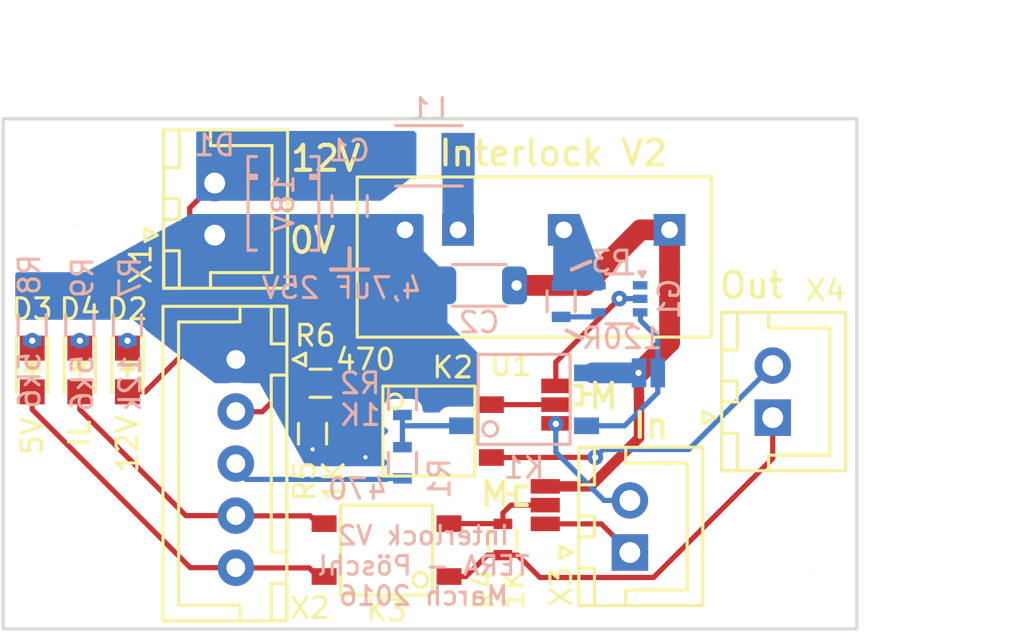
<source format=kicad_pcb>
(kicad_pcb (version 4) (host pcbnew no-vcs-found-product)

  (general
    (links 48)
    (no_connects 0)
    (area 55.424999 87.924999 96.575001 112.575001)
    (thickness 1.6)
    (drawings 29)
    (tracks 109)
    (zones 0)
    (modules 32)
    (nets 24)
  )

  (page A4)
  (layers
    (0 F.Cu signal)
    (31 B.Cu signal)
    (32 B.Adhes user)
    (33 F.Adhes user)
    (34 B.Paste user)
    (35 F.Paste user)
    (36 B.SilkS user)
    (37 F.SilkS user)
    (38 B.Mask user)
    (39 F.Mask user)
    (40 Dwgs.User user)
    (41 Cmts.User user)
    (42 Eco1.User user)
    (43 Eco2.User user)
    (44 Edge.Cuts user)
    (45 Margin user)
    (46 B.CrtYd user hide)
    (47 F.CrtYd user hide)
    (48 B.Fab user)
    (49 F.Fab user)
  )

  (setup
    (last_trace_width 0.25)
    (user_trace_width 0.25)
    (user_trace_width 0.5)
    (user_trace_width 0.75)
    (user_trace_width 1)
    (user_trace_width 1.25)
    (user_trace_width 1.5)
    (user_trace_width 1.75)
    (user_trace_width 2)
    (trace_clearance 0.2)
    (zone_clearance 0.508)
    (zone_45_only yes)
    (trace_min 0.2)
    (segment_width 0.2)
    (edge_width 0.15)
    (via_size 0.75)
    (via_drill 0.3)
    (via_min_size 0.65)
    (via_min_drill 0.2)
    (user_via 0.65 0.2)
    (user_via 0.85 0.4)
    (user_via 0.95 0.5)
    (uvia_size 0.3)
    (uvia_drill 0.1)
    (uvias_allowed no)
    (uvia_min_size 0.2)
    (uvia_min_drill 0.1)
    (pcb_text_width 0.3)
    (pcb_text_size 1.5 1.5)
    (mod_edge_width 0.15)
    (mod_text_size 1 1)
    (mod_text_width 0.15)
    (pad_size 1.524 1.524)
    (pad_drill 0.762)
    (pad_to_mask_clearance 0.075)
    (solder_mask_min_width 0.06)
    (aux_axis_origin 55.5 88)
    (grid_origin 55.5 88)
    (visible_elements FFFFEF7F)
    (pcbplotparams
      (layerselection 0x010f0_ffffffff)
      (usegerberextensions false)
      (excludeedgelayer true)
      (linewidth 0.100000)
      (plotframeref false)
      (viasonmask true)
      (mode 1)
      (useauxorigin true)
      (hpglpennumber 1)
      (hpglpenspeed 20)
      (hpglpendiameter 15)
      (psnegative false)
      (psa4output false)
      (plotreference true)
      (plotvalue true)
      (plotinvisibletext false)
      (padsonsilk false)
      (subtractmaskfromsilk true)
      (outputformat 1)
      (mirror false)
      (drillshape 0)
      (scaleselection 1)
      (outputdirectory gerber/))
  )

  (net 0 "")
  (net 1 GND)
  (net 2 "Net-(L1-Pad1)")
  (net 3 +12C)
  (net 4 GNDPWR)
  (net 5 "Net-(JP1-Pad1)")
  (net 6 "Net-(JP1-Pad2)")
  (net 7 "Net-(G1-Pad2)")
  (net 8 "Net-(JP2-Pad2)")
  (net 9 "Net-(JP2-Pad3)")
  (net 10 "Net-(G1-Pad3)")
  (net 11 "Net-(K1-Pad1)")
  (net 12 "Net-(K2-Pad1)")
  (net 13 "Net-(K2-Pad3)")
  (net 14 VDD)
  (net 15 "Net-(K3-Pad1)")
  (net 16 +12V)
  (net 17 "Net-(G1-Pad4)")
  (net 18 /IL_I_ON)
  (net 19 /IL_OUT_OK)
  (net 20 "Net-(D2-Pad1)")
  (net 21 "Net-(D4-Pad1)")
  (net 22 "Net-(D3-Pad1)")
  (net 23 /IL_in_OK)

  (net_class Default "This is the default net class."
    (clearance 0.2)
    (trace_width 0.25)
    (via_dia 0.75)
    (via_drill 0.3)
    (uvia_dia 0.3)
    (uvia_drill 0.1)
    (add_net +12C)
    (add_net +12V)
    (add_net /IL_I_ON)
    (add_net /IL_OUT_OK)
    (add_net /IL_in_OK)
    (add_net GND)
    (add_net GNDPWR)
    (add_net "Net-(D2-Pad1)")
    (add_net "Net-(D3-Pad1)")
    (add_net "Net-(D4-Pad1)")
    (add_net "Net-(G1-Pad2)")
    (add_net "Net-(G1-Pad3)")
    (add_net "Net-(G1-Pad4)")
    (add_net "Net-(JP1-Pad1)")
    (add_net "Net-(JP1-Pad2)")
    (add_net "Net-(JP2-Pad2)")
    (add_net "Net-(JP2-Pad3)")
    (add_net "Net-(K1-Pad1)")
    (add_net "Net-(K2-Pad1)")
    (add_net "Net-(K2-Pad3)")
    (add_net "Net-(K3-Pad1)")
    (add_net "Net-(L1-Pad1)")
    (add_net VDD)
  )

  (module Connectors_JST:JST_XH_B02B-XH-A_02x2.50mm_Straight (layer F.Cu) (tedit 56F2CF5E) (tstamp 56F2C2B5)
    (at 85.599 108.828 90)
    (descr "JST XH series connector, B02B-XH-A, top entry type, through hole")
    (tags "connector jst xh tht top vertical 2.50mm")
    (path /56DB2FC4)
    (fp_text reference X3 (at -1.651 -3.302 90) (layer F.SilkS)
      (effects (font (size 1 1) (thickness 0.15)))
    )
    (fp_text value CONN_01X02 (at 1.25 4.5 90) (layer F.SilkS) hide
      (effects (font (size 1 1) (thickness 0.15)))
    )
    (fp_line (start -2.95 -2.85) (end -2.95 3.9) (layer F.CrtYd) (width 0.05))
    (fp_line (start -2.95 3.9) (end 5.45 3.9) (layer F.CrtYd) (width 0.05))
    (fp_line (start 5.45 3.9) (end 5.45 -2.85) (layer F.CrtYd) (width 0.05))
    (fp_line (start 5.45 -2.85) (end -2.95 -2.85) (layer F.CrtYd) (width 0.05))
    (fp_line (start -2.55 -2.45) (end -2.55 3.5) (layer F.SilkS) (width 0.15))
    (fp_line (start -2.55 3.5) (end 5.05 3.5) (layer F.SilkS) (width 0.15))
    (fp_line (start 5.05 3.5) (end 5.05 -2.45) (layer F.SilkS) (width 0.15))
    (fp_line (start 5.05 -2.45) (end -2.55 -2.45) (layer F.SilkS) (width 0.15))
    (fp_line (start 0.75 -2.45) (end 0.75 -1.7) (layer F.SilkS) (width 0.15))
    (fp_line (start 0.75 -1.7) (end 1.75 -1.7) (layer F.SilkS) (width 0.15))
    (fp_line (start 1.75 -1.7) (end 1.75 -2.45) (layer F.SilkS) (width 0.15))
    (fp_line (start 1.75 -2.45) (end 0.75 -2.45) (layer F.SilkS) (width 0.15))
    (fp_line (start -2.55 -2.45) (end -2.55 -1.7) (layer F.SilkS) (width 0.15))
    (fp_line (start -2.55 -1.7) (end -0.75 -1.7) (layer F.SilkS) (width 0.15))
    (fp_line (start -0.75 -1.7) (end -0.75 -2.45) (layer F.SilkS) (width 0.15))
    (fp_line (start -0.75 -2.45) (end -2.55 -2.45) (layer F.SilkS) (width 0.15))
    (fp_line (start 3.25 -2.45) (end 3.25 -1.7) (layer F.SilkS) (width 0.15))
    (fp_line (start 3.25 -1.7) (end 5.05 -1.7) (layer F.SilkS) (width 0.15))
    (fp_line (start 5.05 -1.7) (end 5.05 -2.45) (layer F.SilkS) (width 0.15))
    (fp_line (start 5.05 -2.45) (end 3.25 -2.45) (layer F.SilkS) (width 0.15))
    (fp_line (start -2.55 -0.2) (end -1.8 -0.2) (layer F.SilkS) (width 0.15))
    (fp_line (start -1.8 -0.2) (end -1.8 2.75) (layer F.SilkS) (width 0.15))
    (fp_line (start -1.8 2.75) (end 1.25 2.75) (layer F.SilkS) (width 0.15))
    (fp_line (start 5.05 -0.2) (end 4.3 -0.2) (layer F.SilkS) (width 0.15))
    (fp_line (start 4.3 -0.2) (end 4.3 2.75) (layer F.SilkS) (width 0.15))
    (fp_line (start 4.3 2.75) (end 1.25 2.75) (layer F.SilkS) (width 0.15))
    (fp_line (start 0 -2.75) (end -0.3 -3.35) (layer F.SilkS) (width 0.15))
    (fp_line (start -0.3 -3.35) (end 0.3 -3.35) (layer F.SilkS) (width 0.15))
    (fp_line (start 0.3 -3.35) (end 0 -2.75) (layer F.SilkS) (width 0.15))
    (pad 1 thru_hole rect (at 0 0 90) (size 1.75 1.75) (drill 1) (layers *.Cu *.Mask)
      (net 9 "Net-(JP2-Pad3)"))
    (pad 2 thru_hole circle (at 2.5 0 90) (size 1.75 1.75) (drill 1) (layers *.Cu *.Mask)
      (net 5 "Net-(JP1-Pad1)"))
    (model Connectors_JST.3dshapes/JST_XH_B02B-XH-A_02x2.50mm_Straight.wrl
      (at (xyz 0 0 0))
      (scale (xyz 1 1 1))
      (rotate (xyz 0 0 0))
    )
  )

  (module Mounting_Holes:MountingHole_3.2mm_M3 locked (layer F.Cu) (tedit 56F2A8BB) (tstamp 56F2BD36)
    (at 93 109)
    (descr "Mounting Hole 3.2mm, no annular, M3")
    (tags "mounting hole 3.2mm no annular m3")
    (fp_text reference REF** (at 0 -4.2) (layer F.SilkS) hide
      (effects (font (size 1 1) (thickness 0.15)))
    )
    (fp_text value MountingHole_3.2mm_M3 (at 0 4.2) (layer F.SilkS) hide
      (effects (font (size 1 1) (thickness 0.15)))
    )
    (fp_circle (center 0 0) (end 3.2 0) (layer Cmts.User) (width 0.15))
    (fp_circle (center 0 0) (end 3.45 0) (layer F.CrtYd) (width 0.05))
    (pad 1 np_thru_hole circle (at 0 0) (size 3.2 3.2) (drill 3.2) (layers *.Cu *.Mask F.SilkS))
  )

  (module Mounting_Holes:MountingHole_3.2mm_M3 locked (layer F.Cu) (tedit 56F2A8BB) (tstamp 56F2BD42)
    (at 59 91.5)
    (descr "Mounting Hole 3.2mm, no annular, M3")
    (tags "mounting hole 3.2mm no annular m3")
    (fp_text reference REF** (at 0 -4.2) (layer F.SilkS) hide
      (effects (font (size 1 1) (thickness 0.15)))
    )
    (fp_text value MountingHole_3.2mm_M3 (at 0 4.2) (layer F.SilkS) hide
      (effects (font (size 1 1) (thickness 0.15)))
    )
    (fp_circle (center 0 0) (end 3.2 0) (layer Cmts.User) (width 0.15))
    (fp_circle (center 0 0) (end 3.45 0) (layer F.CrtYd) (width 0.05))
    (pad 1 np_thru_hole circle (at 0 0) (size 3.2 3.2) (drill 3.2) (layers *.Cu *.Mask F.SilkS))
  )

  (module Mounting_Holes:MountingHole_3.2mm_M3 locked (layer F.Cu) (tedit 56F2A8BB) (tstamp 56F2BD3C)
    (at 59 109)
    (descr "Mounting Hole 3.2mm, no annular, M3")
    (tags "mounting hole 3.2mm no annular m3")
    (fp_text reference REF** (at 0 -4.2) (layer F.SilkS) hide
      (effects (font (size 1 1) (thickness 0.15)))
    )
    (fp_text value MountingHole_3.2mm_M3 (at 0 4.2) (layer F.SilkS) hide
      (effects (font (size 1 1) (thickness 0.15)))
    )
    (fp_circle (center 0 0) (end 3.2 0) (layer Cmts.User) (width 0.15))
    (fp_circle (center 0 0) (end 3.45 0) (layer F.CrtYd) (width 0.05))
    (pad 1 np_thru_hole circle (at 0 0) (size 3.2 3.2) (drill 3.2) (layers *.Cu *.Mask F.SilkS))
  )

  (module tera_general:SOLDERJUMPER_3 (layer F.Cu) (tedit 56F41E65) (tstamp 56E95C49)
    (at 82.042 101.727 180)
    (descr Solderjumper)
    (tags Solderjumper)
    (path /56DB06C3)
    (attr smd)
    (fp_text reference JP1 (at 0 -2.5 180) (layer F.SilkS) hide
      (effects (font (size 1 1) (thickness 0.15)))
    )
    (fp_text value JUMPER3_NO (at 0 2.5 180) (layer F.SilkS) hide
      (effects (font (size 1 1) (thickness 0.15)))
    )
    (fp_line (start 0.95 -1.5) (end -0.95 -1.5) (layer F.CrtYd) (width 0.05))
    (fp_line (start 0.95 1.5) (end 0.95 -1.5) (layer F.CrtYd) (width 0.05))
    (fp_line (start -0.95 1.5) (end 0.95 1.5) (layer F.CrtYd) (width 0.05))
    (fp_line (start -0.95 -1.5) (end -0.95 1.5) (layer F.CrtYd) (width 0.05))
    (pad 1 smd rect (at 0 -0.9 180) (size 1.4 0.7) (layers F.Cu F.Paste F.Mask)
      (net 5 "Net-(JP1-Pad1)"))
    (pad 2 smd rect (at 0 0 180) (size 1.4 0.7) (layers F.Cu F.Paste F.Mask)
      (net 6 "Net-(JP1-Pad2)"))
    (pad 3 smd rect (at 0 0.9 180) (size 1.4 0.7) (layers F.Cu F.Paste F.Mask)
      (net 7 "Net-(G1-Pad2)"))
  )

  (module tera_general:SOLDERJUMPER_3 (layer F.Cu) (tedit 56F41E68) (tstamp 56E95C5C)
    (at 81.534 106.553)
    (descr Solderjumper)
    (tags Solderjumper)
    (path /56DB322B)
    (attr smd)
    (fp_text reference JP2 (at 0 -2.5) (layer F.SilkS) hide
      (effects (font (size 1 1) (thickness 0.15)))
    )
    (fp_text value JUMPER3_NO (at 0 2.5) (layer F.SilkS) hide
      (effects (font (size 1 1) (thickness 0.15)))
    )
    (fp_line (start 0.95 -1.5) (end -0.95 -1.5) (layer F.CrtYd) (width 0.05))
    (fp_line (start 0.95 1.5) (end 0.95 -1.5) (layer F.CrtYd) (width 0.05))
    (fp_line (start -0.95 1.5) (end 0.95 1.5) (layer F.CrtYd) (width 0.05))
    (fp_line (start -0.95 -1.5) (end -0.95 1.5) (layer F.CrtYd) (width 0.05))
    (pad 1 smd rect (at 0 -0.9) (size 1.4 0.7) (layers F.Cu F.Paste F.Mask)
      (net 4 GNDPWR))
    (pad 2 smd rect (at 0 0) (size 1.4 0.7) (layers F.Cu F.Paste F.Mask)
      (net 8 "Net-(JP2-Pad2)"))
    (pad 3 smd rect (at 0 0.9) (size 1.4 0.7) (layers F.Cu F.Paste F.Mask)
      (net 9 "Net-(JP2-Pad3)"))
  )

  (module Capacitors_SMD:C_0805 (layer B.Cu) (tedit 5415D6EA) (tstamp 56E95DA2)
    (at 72.137 92.191 270)
    (descr "Capacitor SMD 0805, reflow soldering, AVX (see smccp.pdf)")
    (tags "capacitor 0805")
    (path /56DAF1FE)
    (attr smd)
    (fp_text reference C1 (at -2.667 0) (layer B.SilkS)
      (effects (font (size 1 1) (thickness 0.15)) (justify mirror))
    )
    (fp_text value "4,7uF 25V" (at 3.937 0.381 180) (layer B.SilkS)
      (effects (font (size 1 1) (thickness 0.15)) (justify mirror))
    )
    (fp_line (start -1.8 1) (end 1.8 1) (layer B.CrtYd) (width 0.05))
    (fp_line (start -1.8 -1) (end 1.8 -1) (layer B.CrtYd) (width 0.05))
    (fp_line (start -1.8 1) (end -1.8 -1) (layer B.CrtYd) (width 0.05))
    (fp_line (start 1.8 1) (end 1.8 -1) (layer B.CrtYd) (width 0.05))
    (fp_line (start 0.5 0.85) (end -0.5 0.85) (layer B.SilkS) (width 0.15))
    (fp_line (start -0.5 -0.85) (end 0.5 -0.85) (layer B.SilkS) (width 0.15))
    (pad 1 smd rect (at -1 0 270) (size 1 1.25) (layers B.Cu B.Paste B.Mask)
      (net 16 +12V))
    (pad 2 smd rect (at 1 0 270) (size 1 1.25) (layers B.Cu B.Paste B.Mask)
      (net 1 GND))
    (model Capacitors_SMD.3dshapes/C_0805.wrl
      (at (xyz 0 0 0))
      (scale (xyz 1 1 1))
      (rotate (xyz 0 0 0))
    )
  )

  (module Resistors_SMD:R_0603 (layer B.Cu) (tedit 5415CC62) (tstamp 56E960FD)
    (at 82.297 96.763 270)
    (descr "Resistor SMD 0603, reflow soldering, Vishay (see dcrcw.pdf)")
    (tags "resistor 0603")
    (path /56DB441E)
    (attr smd)
    (fp_text reference R3 (at -1.905 -2.413) (layer B.SilkS)
      (effects (font (size 1 1) (thickness 0.15)) (justify mirror))
    )
    (fp_text value 120R (at 1.778 -2.921) (layer B.SilkS)
      (effects (font (size 1 1) (thickness 0.15)) (justify mirror))
    )
    (fp_line (start -1.3 0.8) (end 1.3 0.8) (layer B.CrtYd) (width 0.05))
    (fp_line (start -1.3 -0.8) (end 1.3 -0.8) (layer B.CrtYd) (width 0.05))
    (fp_line (start -1.3 0.8) (end -1.3 -0.8) (layer B.CrtYd) (width 0.05))
    (fp_line (start 1.3 0.8) (end 1.3 -0.8) (layer B.CrtYd) (width 0.05))
    (fp_line (start 0.5 -0.675) (end -0.5 -0.675) (layer B.SilkS) (width 0.15))
    (fp_line (start -0.5 0.675) (end 0.5 0.675) (layer B.SilkS) (width 0.15))
    (pad 1 smd rect (at -0.75 0 270) (size 0.5 0.9) (layers B.Cu B.Paste B.Mask)
      (net 3 +12C))
    (pad 2 smd rect (at 0.75 0 270) (size 0.5 0.9) (layers B.Cu B.Paste B.Mask)
      (net 17 "Net-(G1-Pad4)"))
    (model Resistors_SMD.3dshapes/R_0603.wrl
      (at (xyz 0 0 0))
      (scale (xyz 1 1 1))
      (rotate (xyz 0 0 0))
    )
  )

  (module Resistors_SMD:R_0603 (layer B.Cu) (tedit 5415CC62) (tstamp 56E96404)
    (at 74.676 104.521 270)
    (descr "Resistor SMD 0603, reflow soldering, Vishay (see dcrcw.pdf)")
    (tags "resistor 0603")
    (path /56DB6A22)
    (attr smd)
    (fp_text reference R1 (at 0.751 -1.779 270) (layer B.SilkS)
      (effects (font (size 1 1) (thickness 0.15)) (justify mirror))
    )
    (fp_text value 470 (at 1.259 2.158 180) (layer B.SilkS)
      (effects (font (size 1 1) (thickness 0.15)) (justify mirror))
    )
    (fp_line (start -1.3 0.8) (end 1.3 0.8) (layer B.CrtYd) (width 0.05))
    (fp_line (start -1.3 -0.8) (end 1.3 -0.8) (layer B.CrtYd) (width 0.05))
    (fp_line (start -1.3 0.8) (end -1.3 -0.8) (layer B.CrtYd) (width 0.05))
    (fp_line (start 1.3 0.8) (end 1.3 -0.8) (layer B.CrtYd) (width 0.05))
    (fp_line (start 0.5 -0.675) (end -0.5 -0.675) (layer B.SilkS) (width 0.15))
    (fp_line (start -0.5 0.675) (end 0.5 0.675) (layer B.SilkS) (width 0.15))
    (pad 1 smd rect (at -0.75 0 270) (size 0.5 0.9) (layers B.Cu B.Paste B.Mask)
      (net 11 "Net-(K1-Pad1)"))
    (pad 2 smd rect (at 0.75 0 270) (size 0.5 0.9) (layers B.Cu B.Paste B.Mask)
      (net 18 /IL_I_ON))
    (model Resistors_SMD.3dshapes/R_0603.wrl
      (at (xyz 0 0 0))
      (scale (xyz 1 1 1))
      (rotate (xyz 0 0 0))
    )
  )

  (module Resistors_SMD:R_0603 (layer B.Cu) (tedit 5415CC62) (tstamp 56E96413)
    (at 74.676 101.473 90)
    (descr "Resistor SMD 0603, reflow soldering, Vishay (see dcrcw.pdf)")
    (tags "resistor 0603")
    (path /56DB6990)
    (attr smd)
    (fp_text reference R2 (at 0.773 -2.031 180) (layer B.SilkS)
      (effects (font (size 1 1) (thickness 0.15)) (justify mirror))
    )
    (fp_text value 1K (at -0.751 -2.031 180) (layer B.SilkS)
      (effects (font (size 1 1) (thickness 0.15)) (justify mirror))
    )
    (fp_line (start -1.3 0.8) (end 1.3 0.8) (layer B.CrtYd) (width 0.05))
    (fp_line (start -1.3 -0.8) (end 1.3 -0.8) (layer B.CrtYd) (width 0.05))
    (fp_line (start -1.3 0.8) (end -1.3 -0.8) (layer B.CrtYd) (width 0.05))
    (fp_line (start 1.3 0.8) (end 1.3 -0.8) (layer B.CrtYd) (width 0.05))
    (fp_line (start 0.5 -0.675) (end -0.5 -0.675) (layer B.SilkS) (width 0.15))
    (fp_line (start -0.5 0.675) (end 0.5 0.675) (layer B.SilkS) (width 0.15))
    (pad 1 smd rect (at -0.75 0 90) (size 0.5 0.9) (layers B.Cu B.Paste B.Mask)
      (net 11 "Net-(K1-Pad1)"))
    (pad 2 smd rect (at 0.75 0 90) (size 0.5 0.9) (layers B.Cu B.Paste B.Mask)
      (net 1 GND))
    (model Resistors_SMD.3dshapes/R_0603.wrl
      (at (xyz 0 0 0))
      (scale (xyz 1 1 1))
      (rotate (xyz 0 0 0))
    )
  )

  (module Resistors_SMD:R_0603 (layer F.Cu) (tedit 5415CC62) (tstamp 56E9642C)
    (at 79.502 108.204 90)
    (descr "Resistor SMD 0603, reflow soldering, Vishay (see dcrcw.pdf)")
    (tags "resistor 0603")
    (path /56DB645B)
    (attr smd)
    (fp_text reference R4 (at -2.402 -0.888 90) (layer F.SilkS)
      (effects (font (size 1 1) (thickness 0.15)))
    )
    (fp_text value 1K (at -2.402 0.509 90) (layer F.SilkS)
      (effects (font (size 1 1) (thickness 0.15)))
    )
    (fp_line (start -1.3 -0.8) (end 1.3 -0.8) (layer F.CrtYd) (width 0.05))
    (fp_line (start -1.3 0.8) (end 1.3 0.8) (layer F.CrtYd) (width 0.05))
    (fp_line (start -1.3 -0.8) (end -1.3 0.8) (layer F.CrtYd) (width 0.05))
    (fp_line (start 1.3 -0.8) (end 1.3 0.8) (layer F.CrtYd) (width 0.05))
    (fp_line (start 0.5 0.675) (end -0.5 0.675) (layer F.SilkS) (width 0.15))
    (fp_line (start -0.5 -0.675) (end 0.5 -0.675) (layer F.SilkS) (width 0.15))
    (pad 1 smd rect (at -0.75 0 90) (size 0.5 0.9) (layers F.Cu F.Paste F.Mask)
      (net 15 "Net-(K3-Pad1)"))
    (pad 2 smd rect (at 0.75 0 90) (size 0.5 0.9) (layers F.Cu F.Paste F.Mask)
      (net 8 "Net-(JP2-Pad2)"))
    (model Resistors_SMD.3dshapes/R_0603.wrl
      (at (xyz 0 0 0))
      (scale (xyz 1 1 1))
      (rotate (xyz 0 0 0))
    )
  )

  (module Resistors_SMD:R_0603 (layer F.Cu) (tedit 5415CC62) (tstamp 56E9643B)
    (at 70.358 103.124 270)
    (descr "Resistor SMD 0603, reflow soldering, Vishay (see dcrcw.pdf)")
    (tags "resistor 0603")
    (path /56DB5312)
    (attr smd)
    (fp_text reference R5 (at 2.275 0.38 270) (layer F.SilkS)
      (effects (font (size 1 1) (thickness 0.15)))
    )
    (fp_text value 1K (at 2.275 -1.017 270) (layer F.SilkS)
      (effects (font (size 1 1) (thickness 0.15)))
    )
    (fp_line (start -1.3 -0.8) (end 1.3 -0.8) (layer F.CrtYd) (width 0.05))
    (fp_line (start -1.3 0.8) (end 1.3 0.8) (layer F.CrtYd) (width 0.05))
    (fp_line (start -1.3 -0.8) (end -1.3 0.8) (layer F.CrtYd) (width 0.05))
    (fp_line (start 1.3 -0.8) (end 1.3 0.8) (layer F.CrtYd) (width 0.05))
    (fp_line (start 0.5 0.675) (end -0.5 0.675) (layer F.SilkS) (width 0.15))
    (fp_line (start -0.5 -0.675) (end 0.5 -0.675) (layer F.SilkS) (width 0.15))
    (pad 1 smd rect (at -0.75 0 270) (size 0.5 0.9) (layers F.Cu F.Paste F.Mask)
      (net 12 "Net-(K2-Pad1)"))
    (pad 2 smd rect (at 0.75 0 270) (size 0.5 0.9) (layers F.Cu F.Paste F.Mask)
      (net 1 GND))
    (model Resistors_SMD.3dshapes/R_0603.wrl
      (at (xyz 0 0 0))
      (scale (xyz 1 1 1))
      (rotate (xyz 0 0 0))
    )
  )

  (module Resistors_SMD:R_0603 (layer F.Cu) (tedit 5415CC62) (tstamp 56E9644A)
    (at 70.74 100.7)
    (descr "Resistor SMD 0603, reflow soldering, Vishay (see dcrcw.pdf)")
    (tags "resistor 0603")
    (path /56DB4BE9)
    (attr smd)
    (fp_text reference R6 (at -0.254 -2.286) (layer F.SilkS)
      (effects (font (size 1 1) (thickness 0.15)))
    )
    (fp_text value 470 (at 2.159 -1.143) (layer F.SilkS)
      (effects (font (size 1 1) (thickness 0.15)))
    )
    (fp_line (start -1.3 -0.8) (end 1.3 -0.8) (layer F.CrtYd) (width 0.05))
    (fp_line (start -1.3 0.8) (end 1.3 0.8) (layer F.CrtYd) (width 0.05))
    (fp_line (start -1.3 -0.8) (end -1.3 0.8) (layer F.CrtYd) (width 0.05))
    (fp_line (start 1.3 -0.8) (end 1.3 0.8) (layer F.CrtYd) (width 0.05))
    (fp_line (start 0.5 0.675) (end -0.5 0.675) (layer F.SilkS) (width 0.15))
    (fp_line (start -0.5 -0.675) (end 0.5 -0.675) (layer F.SilkS) (width 0.15))
    (pad 1 smd rect (at -0.75 0) (size 0.5 0.9) (layers F.Cu F.Paste F.Mask)
      (net 19 /IL_OUT_OK))
    (pad 2 smd rect (at 0.75 0) (size 0.5 0.9) (layers F.Cu F.Paste F.Mask)
      (net 12 "Net-(K2-Pad1)"))
    (model Resistors_SMD.3dshapes/R_0603.wrl
      (at (xyz 0 0 0))
      (scale (xyz 1 1 1))
      (rotate (xyz 0 0 0))
    )
  )

  (module tera_general:SOLDERJUMPER_2 (layer B.Cu) (tedit 56F41D75) (tstamp 56EAA999)
    (at 86.487 100.203 90)
    (descr Solderjumper)
    (tags Solderjumper)
    (path /56EAA4E3)
    (attr smd)
    (fp_text reference JP3 (at 0 2 90) (layer B.SilkS) hide
      (effects (font (size 1 1) (thickness 0.15)) (justify mirror))
    )
    (fp_text value Jumper_NO_Small (at -0.116 1.906 90) (layer B.SilkS) hide
      (effects (font (size 1 1) (thickness 0.15)) (justify mirror))
    )
    (fp_line (start 0.95 1.05) (end -0.95 1.05) (layer B.CrtYd) (width 0.05))
    (fp_line (start 0.95 -1.05) (end 0.95 1.05) (layer B.CrtYd) (width 0.05))
    (fp_line (start -0.95 -1.05) (end 0.95 -1.05) (layer B.CrtYd) (width 0.05))
    (fp_line (start -0.95 1.05) (end -0.95 -1.05) (layer B.CrtYd) (width 0.05))
    (pad 1 smd rect (at 0 0.45 90) (size 1.4 0.7) (layers B.Cu B.Paste B.Mask)
      (net 10 "Net-(G1-Pad3)"))
    (pad 2 smd rect (at 0 -0.45 90) (size 1.4 0.7) (layers B.Cu B.Paste B.Mask)
      (net 4 GNDPWR))
  )

  (module Resistors_SMD:R_0603 (layer B.Cu) (tedit 5415CC62) (tstamp 56EAAA83)
    (at 61.469 97.906 270)
    (descr "Resistor SMD 0603, reflow soldering, Vishay (see dcrcw.pdf)")
    (tags "resistor 0603")
    (path /56EAC752)
    (attr smd)
    (fp_text reference R7 (at -2.286 -0.127 270) (layer B.SilkS)
      (effects (font (size 1 1) (thickness 0.15)) (justify mirror))
    )
    (fp_text value 12k (at 2.794 -0.127 270) (layer B.SilkS)
      (effects (font (size 1 1) (thickness 0.15)) (justify mirror))
    )
    (fp_line (start -1.3 0.8) (end 1.3 0.8) (layer B.CrtYd) (width 0.05))
    (fp_line (start -1.3 -0.8) (end 1.3 -0.8) (layer B.CrtYd) (width 0.05))
    (fp_line (start -1.3 0.8) (end -1.3 -0.8) (layer B.CrtYd) (width 0.05))
    (fp_line (start 1.3 0.8) (end 1.3 -0.8) (layer B.CrtYd) (width 0.05))
    (fp_line (start 0.5 -0.675) (end -0.5 -0.675) (layer B.SilkS) (width 0.15))
    (fp_line (start -0.5 0.675) (end 0.5 0.675) (layer B.SilkS) (width 0.15))
    (pad 1 smd rect (at -0.75 0 270) (size 0.5 0.9) (layers B.Cu B.Paste B.Mask)
      (net 1 GND))
    (pad 2 smd rect (at 0.75 0 270) (size 0.5 0.9) (layers B.Cu B.Paste B.Mask)
      (net 20 "Net-(D2-Pad1)"))
    (model Resistors_SMD.3dshapes/R_0603.wrl
      (at (xyz 0 0 0))
      (scale (xyz 1 1 1))
      (rotate (xyz 0 0 0))
    )
  )

  (module Resistors_SMD:R_0603 (layer B.Cu) (tedit 5415CC62) (tstamp 56EAAB17)
    (at 59.183 97.906 270)
    (descr "Resistor SMD 0603, reflow soldering, Vishay (see dcrcw.pdf)")
    (tags "resistor 0603")
    (path /56EADC86)
    (attr smd)
    (fp_text reference R9 (at -2.286 -0.127 270) (layer B.SilkS)
      (effects (font (size 1 1) (thickness 0.15)) (justify mirror))
    )
    (fp_text value 5k6 (at 2.794 -0.127 270) (layer B.SilkS)
      (effects (font (size 1 1) (thickness 0.15)) (justify mirror))
    )
    (fp_line (start -1.3 0.8) (end 1.3 0.8) (layer B.CrtYd) (width 0.05))
    (fp_line (start -1.3 -0.8) (end 1.3 -0.8) (layer B.CrtYd) (width 0.05))
    (fp_line (start -1.3 0.8) (end -1.3 -0.8) (layer B.CrtYd) (width 0.05))
    (fp_line (start 1.3 0.8) (end 1.3 -0.8) (layer B.CrtYd) (width 0.05))
    (fp_line (start 0.5 -0.675) (end -0.5 -0.675) (layer B.SilkS) (width 0.15))
    (fp_line (start -0.5 0.675) (end 0.5 0.675) (layer B.SilkS) (width 0.15))
    (pad 1 smd rect (at -0.75 0 270) (size 0.5 0.9) (layers B.Cu B.Paste B.Mask)
      (net 1 GND))
    (pad 2 smd rect (at 0.75 0 270) (size 0.5 0.9) (layers B.Cu B.Paste B.Mask)
      (net 21 "Net-(D4-Pad1)"))
    (model Resistors_SMD.3dshapes/R_0603.wrl
      (at (xyz 0 0 0))
      (scale (xyz 1 1 1))
      (rotate (xyz 0 0 0))
    )
  )

  (module Resistors_SMD:R_0603 (layer B.Cu) (tedit 5415CC62) (tstamp 56EAAB27)
    (at 56.897 97.906 270)
    (descr "Resistor SMD 0603, reflow soldering, Vishay (see dcrcw.pdf)")
    (tags "resistor 0603")
    (path /56EAD52F)
    (attr smd)
    (fp_text reference R8 (at -2.424 0.128 270) (layer B.SilkS)
      (effects (font (size 1 1) (thickness 0.15)) (justify mirror))
    )
    (fp_text value 5k6 (at 2.656 0.128 270) (layer B.SilkS)
      (effects (font (size 1 1) (thickness 0.15)) (justify mirror))
    )
    (fp_line (start -1.3 0.8) (end 1.3 0.8) (layer B.CrtYd) (width 0.05))
    (fp_line (start -1.3 -0.8) (end 1.3 -0.8) (layer B.CrtYd) (width 0.05))
    (fp_line (start -1.3 0.8) (end -1.3 -0.8) (layer B.CrtYd) (width 0.05))
    (fp_line (start 1.3 0.8) (end 1.3 -0.8) (layer B.CrtYd) (width 0.05))
    (fp_line (start 0.5 -0.675) (end -0.5 -0.675) (layer B.SilkS) (width 0.15))
    (fp_line (start -0.5 0.675) (end 0.5 0.675) (layer B.SilkS) (width 0.15))
    (pad 1 smd rect (at -0.75 0 270) (size 0.5 0.9) (layers B.Cu B.Paste B.Mask)
      (net 1 GND))
    (pad 2 smd rect (at 0.75 0 270) (size 0.5 0.9) (layers B.Cu B.Paste B.Mask)
      (net 22 "Net-(D3-Pad1)"))
    (model Resistors_SMD.3dshapes/R_0603.wrl
      (at (xyz 0 0 0))
      (scale (xyz 1 1 1))
      (rotate (xyz 0 0 0))
    )
  )

  (module LEDs:LED_0805 (layer F.Cu) (tedit 56F4214F) (tstamp 56EAAB37)
    (at 59.183 100.065 270)
    (descr "LED 0805 smd package")
    (tags "LED 0805 SMD")
    (path /56EADC8C)
    (attr smd)
    (fp_text reference D4 (at -2.921 -0.001) (layer F.SilkS)
      (effects (font (size 1 1) (thickness 0.15)))
    )
    (fp_text value LED (at 0 1.75 270) (layer F.SilkS) hide
      (effects (font (size 1 1) (thickness 0.15)))
    )
    (fp_line (start -1.6 0.75) (end 1.1 0.75) (layer F.SilkS) (width 0.15))
    (fp_line (start -1.6 -0.75) (end 1.1 -0.75) (layer F.SilkS) (width 0.15))
    (fp_line (start -0.1 0.15) (end -0.1 -0.1) (layer F.SilkS) (width 0.15))
    (fp_line (start -0.1 -0.1) (end -0.25 0.05) (layer F.SilkS) (width 0.15))
    (fp_line (start -0.35 -0.35) (end -0.35 0.35) (layer F.SilkS) (width 0.15))
    (fp_line (start 0 0) (end 0.35 0) (layer F.SilkS) (width 0.15))
    (fp_line (start -0.35 0) (end 0 -0.35) (layer F.SilkS) (width 0.15))
    (fp_line (start 0 -0.35) (end 0 0.35) (layer F.SilkS) (width 0.15))
    (fp_line (start 0 0.35) (end -0.35 0) (layer F.SilkS) (width 0.15))
    (fp_line (start 1.9 -0.95) (end 1.9 0.95) (layer F.CrtYd) (width 0.05))
    (fp_line (start 1.9 0.95) (end -1.9 0.95) (layer F.CrtYd) (width 0.05))
    (fp_line (start -1.9 0.95) (end -1.9 -0.95) (layer F.CrtYd) (width 0.05))
    (fp_line (start -1.9 -0.95) (end 1.9 -0.95) (layer F.CrtYd) (width 0.05))
    (pad 2 smd rect (at 1.04902 0 90) (size 1.19888 1.19888) (layers F.Cu F.Paste F.Mask)
      (net 23 /IL_in_OK))
    (pad 1 smd rect (at -1.04902 0 90) (size 1.19888 1.19888) (layers F.Cu F.Paste F.Mask)
      (net 21 "Net-(D4-Pad1)"))
    (model LEDs.3dshapes/LED_0805.wrl
      (at (xyz 0 0 0))
      (scale (xyz 1 1 1))
      (rotate (xyz 0 0 0))
    )
  )

  (module LEDs:LED_0805 (layer F.Cu) (tedit 56F4214B) (tstamp 56EAAB47)
    (at 56.897 100.065 270)
    (descr "LED 0805 smd package")
    (tags "LED 0805 SMD")
    (path /56EAD535)
    (attr smd)
    (fp_text reference D3 (at -2.921 0) (layer F.SilkS)
      (effects (font (size 1 1) (thickness 0.15)))
    )
    (fp_text value LED (at 0 1.75 270) (layer F.SilkS) hide
      (effects (font (size 1 1) (thickness 0.15)))
    )
    (fp_line (start -1.6 0.75) (end 1.1 0.75) (layer F.SilkS) (width 0.15))
    (fp_line (start -1.6 -0.75) (end 1.1 -0.75) (layer F.SilkS) (width 0.15))
    (fp_line (start -0.1 0.15) (end -0.1 -0.1) (layer F.SilkS) (width 0.15))
    (fp_line (start -0.1 -0.1) (end -0.25 0.05) (layer F.SilkS) (width 0.15))
    (fp_line (start -0.35 -0.35) (end -0.35 0.35) (layer F.SilkS) (width 0.15))
    (fp_line (start 0 0) (end 0.35 0) (layer F.SilkS) (width 0.15))
    (fp_line (start -0.35 0) (end 0 -0.35) (layer F.SilkS) (width 0.15))
    (fp_line (start 0 -0.35) (end 0 0.35) (layer F.SilkS) (width 0.15))
    (fp_line (start 0 0.35) (end -0.35 0) (layer F.SilkS) (width 0.15))
    (fp_line (start 1.9 -0.95) (end 1.9 0.95) (layer F.CrtYd) (width 0.05))
    (fp_line (start 1.9 0.95) (end -1.9 0.95) (layer F.CrtYd) (width 0.05))
    (fp_line (start -1.9 0.95) (end -1.9 -0.95) (layer F.CrtYd) (width 0.05))
    (fp_line (start -1.9 -0.95) (end 1.9 -0.95) (layer F.CrtYd) (width 0.05))
    (pad 2 smd rect (at 1.04902 0 90) (size 1.19888 1.19888) (layers F.Cu F.Paste F.Mask)
      (net 14 VDD))
    (pad 1 smd rect (at -1.04902 0 90) (size 1.19888 1.19888) (layers F.Cu F.Paste F.Mask)
      (net 22 "Net-(D3-Pad1)"))
    (model LEDs.3dshapes/LED_0805.wrl
      (at (xyz 0 0 0))
      (scale (xyz 1 1 1))
      (rotate (xyz 0 0 0))
    )
  )

  (module LEDs:LED_0805 (layer F.Cu) (tedit 56F42152) (tstamp 56EAAB57)
    (at 61.469 100.065 270)
    (descr "LED 0805 smd package")
    (tags "LED 0805 SMD")
    (path /56EAC832)
    (attr smd)
    (fp_text reference D2 (at -2.921 0) (layer F.SilkS)
      (effects (font (size 1 1) (thickness 0.15)))
    )
    (fp_text value LED (at 0 1.75 270) (layer F.SilkS) hide
      (effects (font (size 1 1) (thickness 0.15)))
    )
    (fp_line (start -1.6 0.75) (end 1.1 0.75) (layer F.SilkS) (width 0.15))
    (fp_line (start -1.6 -0.75) (end 1.1 -0.75) (layer F.SilkS) (width 0.15))
    (fp_line (start -0.1 0.15) (end -0.1 -0.1) (layer F.SilkS) (width 0.15))
    (fp_line (start -0.1 -0.1) (end -0.25 0.05) (layer F.SilkS) (width 0.15))
    (fp_line (start -0.35 -0.35) (end -0.35 0.35) (layer F.SilkS) (width 0.15))
    (fp_line (start 0 0) (end 0.35 0) (layer F.SilkS) (width 0.15))
    (fp_line (start -0.35 0) (end 0 -0.35) (layer F.SilkS) (width 0.15))
    (fp_line (start 0 -0.35) (end 0 0.35) (layer F.SilkS) (width 0.15))
    (fp_line (start 0 0.35) (end -0.35 0) (layer F.SilkS) (width 0.15))
    (fp_line (start 1.9 -0.95) (end 1.9 0.95) (layer F.CrtYd) (width 0.05))
    (fp_line (start 1.9 0.95) (end -1.9 0.95) (layer F.CrtYd) (width 0.05))
    (fp_line (start -1.9 0.95) (end -1.9 -0.95) (layer F.CrtYd) (width 0.05))
    (fp_line (start -1.9 -0.95) (end 1.9 -0.95) (layer F.CrtYd) (width 0.05))
    (pad 2 smd rect (at 1.04902 0 90) (size 1.19888 1.19888) (layers F.Cu F.Paste F.Mask)
      (net 16 +12V))
    (pad 1 smd rect (at -1.04902 0 90) (size 1.19888 1.19888) (layers F.Cu F.Paste F.Mask)
      (net 20 "Net-(D2-Pad1)"))
    (model LEDs.3dshapes/LED_0805.wrl
      (at (xyz 0 0 0))
      (scale (xyz 1 1 1))
      (rotate (xyz 0 0 0))
    )
  )

  (module Mounting_Holes:MountingHole_3.2mm_M3 locked (layer F.Cu) (tedit 56F2A8BB) (tstamp 56F2BD31)
    (at 93 91.5)
    (descr "Mounting Hole 3.2mm, no annular, M3")
    (tags "mounting hole 3.2mm no annular m3")
    (fp_text reference REF** (at 0 -4.2) (layer F.SilkS) hide
      (effects (font (size 1 1) (thickness 0.15)))
    )
    (fp_text value MountingHole_3.2mm_M3 (at 0 4.2) (layer F.SilkS) hide
      (effects (font (size 1 1) (thickness 0.15)))
    )
    (fp_circle (center 0 0) (end 3.2 0) (layer Cmts.User) (width 0.15))
    (fp_circle (center 0 0) (end 3.45 0) (layer F.CrtYd) (width 0.05))
    (pad 1 np_thru_hole circle (at 0 0) (size 3.2 3.2) (drill 3.2) (layers *.Cu *.Mask F.SilkS))
  )

  (module Connectors_JST:JST_XH_B05B-XH-A_05x2.50mm_Straight (layer F.Cu) (tedit 56F2CF80) (tstamp 56F2C28E)
    (at 66.676 99.557 270)
    (descr "JST XH series connector, B05B-XH-A, top entry type, through hole")
    (tags "connector jst xh tht top vertical 2.50mm")
    (path /56DB1109)
    (fp_text reference X2 (at 11.938 -3.556) (layer F.SilkS)
      (effects (font (size 1 1) (thickness 0.15)))
    )
    (fp_text value CONN_01X05 (at 5 4.5 270) (layer F.SilkS) hide
      (effects (font (size 1 1) (thickness 0.15)))
    )
    (fp_line (start -2.95 -2.85) (end -2.95 3.9) (layer F.CrtYd) (width 0.05))
    (fp_line (start -2.95 3.9) (end 12.9 3.9) (layer F.CrtYd) (width 0.05))
    (fp_line (start 12.9 3.9) (end 12.9 -2.85) (layer F.CrtYd) (width 0.05))
    (fp_line (start 12.9 -2.85) (end -2.95 -2.85) (layer F.CrtYd) (width 0.05))
    (fp_line (start -2.55 -2.45) (end -2.55 3.5) (layer F.SilkS) (width 0.15))
    (fp_line (start -2.55 3.5) (end 12.55 3.5) (layer F.SilkS) (width 0.15))
    (fp_line (start 12.55 3.5) (end 12.55 -2.45) (layer F.SilkS) (width 0.15))
    (fp_line (start 12.55 -2.45) (end -2.55 -2.45) (layer F.SilkS) (width 0.15))
    (fp_line (start 0.75 -2.45) (end 0.75 -1.7) (layer F.SilkS) (width 0.15))
    (fp_line (start 0.75 -1.7) (end 9.25 -1.7) (layer F.SilkS) (width 0.15))
    (fp_line (start 9.25 -1.7) (end 9.25 -2.45) (layer F.SilkS) (width 0.15))
    (fp_line (start 9.25 -2.45) (end 0.75 -2.45) (layer F.SilkS) (width 0.15))
    (fp_line (start -2.55 -2.45) (end -2.55 -1.7) (layer F.SilkS) (width 0.15))
    (fp_line (start -2.55 -1.7) (end -0.75 -1.7) (layer F.SilkS) (width 0.15))
    (fp_line (start -0.75 -1.7) (end -0.75 -2.45) (layer F.SilkS) (width 0.15))
    (fp_line (start -0.75 -2.45) (end -2.55 -2.45) (layer F.SilkS) (width 0.15))
    (fp_line (start 10.75 -2.45) (end 10.75 -1.7) (layer F.SilkS) (width 0.15))
    (fp_line (start 10.75 -1.7) (end 12.55 -1.7) (layer F.SilkS) (width 0.15))
    (fp_line (start 12.55 -1.7) (end 12.55 -2.45) (layer F.SilkS) (width 0.15))
    (fp_line (start 12.55 -2.45) (end 10.75 -2.45) (layer F.SilkS) (width 0.15))
    (fp_line (start -2.55 -0.2) (end -1.8 -0.2) (layer F.SilkS) (width 0.15))
    (fp_line (start -1.8 -0.2) (end -1.8 2.75) (layer F.SilkS) (width 0.15))
    (fp_line (start -1.8 2.75) (end 5 2.75) (layer F.SilkS) (width 0.15))
    (fp_line (start 12.55 -0.2) (end 11.8 -0.2) (layer F.SilkS) (width 0.15))
    (fp_line (start 11.8 -0.2) (end 11.8 2.75) (layer F.SilkS) (width 0.15))
    (fp_line (start 11.8 2.75) (end 5 2.75) (layer F.SilkS) (width 0.15))
    (fp_line (start 0 -2.75) (end -0.3 -3.35) (layer F.SilkS) (width 0.15))
    (fp_line (start -0.3 -3.35) (end 0.3 -3.35) (layer F.SilkS) (width 0.15))
    (fp_line (start 0.3 -3.35) (end 0 -2.75) (layer F.SilkS) (width 0.15))
    (pad 1 thru_hole rect (at 0 0 270) (size 1.75 1.75) (drill 0.9) (layers *.Cu *.Mask)
      (net 1 GND))
    (pad 2 thru_hole circle (at 2.5 0 270) (size 1.75 1.75) (drill 0.9) (layers *.Cu *.Mask)
      (net 19 /IL_OUT_OK))
    (pad 3 thru_hole circle (at 5 0 270) (size 1.75 1.75) (drill 0.9) (layers *.Cu *.Mask)
      (net 18 /IL_I_ON))
    (pad 4 thru_hole circle (at 7.5 0 270) (size 1.75 1.75) (drill 0.9) (layers *.Cu *.Mask)
      (net 23 /IL_in_OK))
    (pad 5 thru_hole circle (at 10 0 270) (size 1.75 1.75) (drill 0.9) (layers *.Cu *.Mask)
      (net 14 VDD))
    (model Connectors_JST.3dshapes/JST_XH_B05B-XH-A_05x2.50mm_Straight.wrl
      (at (xyz 0 0 0))
      (scale (xyz 1 1 1))
      (rotate (xyz 0 0 0))
    )
  )

  (module Connectors_JST:JST_XH_B02B-XH-A_02x2.50mm_Straight (layer F.Cu) (tedit 56F2CF55) (tstamp 56F2C2A6)
    (at 65.66 93.588 90)
    (descr "JST XH series connector, B02B-XH-A, top entry type, through hole")
    (tags "connector jst xh tht top vertical 2.50mm")
    (path /56DAE137)
    (fp_text reference X1 (at -1.397 -3.556 90) (layer F.SilkS)
      (effects (font (size 1 1) (thickness 0.15)))
    )
    (fp_text value CONN_01X02 (at 1.25 4.5 90) (layer F.SilkS) hide
      (effects (font (size 1 1) (thickness 0.15)))
    )
    (fp_line (start -2.95 -2.85) (end -2.95 3.9) (layer F.CrtYd) (width 0.05))
    (fp_line (start -2.95 3.9) (end 5.45 3.9) (layer F.CrtYd) (width 0.05))
    (fp_line (start 5.45 3.9) (end 5.45 -2.85) (layer F.CrtYd) (width 0.05))
    (fp_line (start 5.45 -2.85) (end -2.95 -2.85) (layer F.CrtYd) (width 0.05))
    (fp_line (start -2.55 -2.45) (end -2.55 3.5) (layer F.SilkS) (width 0.15))
    (fp_line (start -2.55 3.5) (end 5.05 3.5) (layer F.SilkS) (width 0.15))
    (fp_line (start 5.05 3.5) (end 5.05 -2.45) (layer F.SilkS) (width 0.15))
    (fp_line (start 5.05 -2.45) (end -2.55 -2.45) (layer F.SilkS) (width 0.15))
    (fp_line (start 0.75 -2.45) (end 0.75 -1.7) (layer F.SilkS) (width 0.15))
    (fp_line (start 0.75 -1.7) (end 1.75 -1.7) (layer F.SilkS) (width 0.15))
    (fp_line (start 1.75 -1.7) (end 1.75 -2.45) (layer F.SilkS) (width 0.15))
    (fp_line (start 1.75 -2.45) (end 0.75 -2.45) (layer F.SilkS) (width 0.15))
    (fp_line (start -2.55 -2.45) (end -2.55 -1.7) (layer F.SilkS) (width 0.15))
    (fp_line (start -2.55 -1.7) (end -0.75 -1.7) (layer F.SilkS) (width 0.15))
    (fp_line (start -0.75 -1.7) (end -0.75 -2.45) (layer F.SilkS) (width 0.15))
    (fp_line (start -0.75 -2.45) (end -2.55 -2.45) (layer F.SilkS) (width 0.15))
    (fp_line (start 3.25 -2.45) (end 3.25 -1.7) (layer F.SilkS) (width 0.15))
    (fp_line (start 3.25 -1.7) (end 5.05 -1.7) (layer F.SilkS) (width 0.15))
    (fp_line (start 5.05 -1.7) (end 5.05 -2.45) (layer F.SilkS) (width 0.15))
    (fp_line (start 5.05 -2.45) (end 3.25 -2.45) (layer F.SilkS) (width 0.15))
    (fp_line (start -2.55 -0.2) (end -1.8 -0.2) (layer F.SilkS) (width 0.15))
    (fp_line (start -1.8 -0.2) (end -1.8 2.75) (layer F.SilkS) (width 0.15))
    (fp_line (start -1.8 2.75) (end 1.25 2.75) (layer F.SilkS) (width 0.15))
    (fp_line (start 5.05 -0.2) (end 4.3 -0.2) (layer F.SilkS) (width 0.15))
    (fp_line (start 4.3 -0.2) (end 4.3 2.75) (layer F.SilkS) (width 0.15))
    (fp_line (start 4.3 2.75) (end 1.25 2.75) (layer F.SilkS) (width 0.15))
    (fp_line (start 0 -2.75) (end -0.3 -3.35) (layer F.SilkS) (width 0.15))
    (fp_line (start -0.3 -3.35) (end 0.3 -3.35) (layer F.SilkS) (width 0.15))
    (fp_line (start 0.3 -3.35) (end 0 -2.75) (layer F.SilkS) (width 0.15))
    (pad 1 thru_hole rect (at 0 0 90) (size 1.75 1.75) (drill 1) (layers *.Cu *.Mask)
      (net 1 GND))
    (pad 2 thru_hole circle (at 2.5 0 90) (size 1.75 1.75) (drill 1) (layers *.Cu *.Mask)
      (net 16 +12V))
    (model Connectors_JST.3dshapes/JST_XH_B02B-XH-A_02x2.50mm_Straight.wrl
      (at (xyz 0 0 0))
      (scale (xyz 1 1 1))
      (rotate (xyz 0 0 0))
    )
  )

  (module Connectors_JST:JST_XH_B02B-XH-A_02x2.50mm_Straight (layer F.Cu) (tedit 56F2CF61) (tstamp 56F2C2C4)
    (at 92.457 102.351 90)
    (descr "JST XH series connector, B02B-XH-A, top entry type, through hole")
    (tags "connector jst xh tht top vertical 2.50mm")
    (path /56DB2E65)
    (fp_text reference X4 (at 6.096 2.54 180) (layer F.SilkS)
      (effects (font (size 1 1) (thickness 0.15)))
    )
    (fp_text value CONN_01X02 (at 1.25 4.5 90) (layer F.SilkS) hide
      (effects (font (size 1 1) (thickness 0.15)))
    )
    (fp_line (start -2.95 -2.85) (end -2.95 3.9) (layer F.CrtYd) (width 0.05))
    (fp_line (start -2.95 3.9) (end 5.45 3.9) (layer F.CrtYd) (width 0.05))
    (fp_line (start 5.45 3.9) (end 5.45 -2.85) (layer F.CrtYd) (width 0.05))
    (fp_line (start 5.45 -2.85) (end -2.95 -2.85) (layer F.CrtYd) (width 0.05))
    (fp_line (start -2.55 -2.45) (end -2.55 3.5) (layer F.SilkS) (width 0.15))
    (fp_line (start -2.55 3.5) (end 5.05 3.5) (layer F.SilkS) (width 0.15))
    (fp_line (start 5.05 3.5) (end 5.05 -2.45) (layer F.SilkS) (width 0.15))
    (fp_line (start 5.05 -2.45) (end -2.55 -2.45) (layer F.SilkS) (width 0.15))
    (fp_line (start 0.75 -2.45) (end 0.75 -1.7) (layer F.SilkS) (width 0.15))
    (fp_line (start 0.75 -1.7) (end 1.75 -1.7) (layer F.SilkS) (width 0.15))
    (fp_line (start 1.75 -1.7) (end 1.75 -2.45) (layer F.SilkS) (width 0.15))
    (fp_line (start 1.75 -2.45) (end 0.75 -2.45) (layer F.SilkS) (width 0.15))
    (fp_line (start -2.55 -2.45) (end -2.55 -1.7) (layer F.SilkS) (width 0.15))
    (fp_line (start -2.55 -1.7) (end -0.75 -1.7) (layer F.SilkS) (width 0.15))
    (fp_line (start -0.75 -1.7) (end -0.75 -2.45) (layer F.SilkS) (width 0.15))
    (fp_line (start -0.75 -2.45) (end -2.55 -2.45) (layer F.SilkS) (width 0.15))
    (fp_line (start 3.25 -2.45) (end 3.25 -1.7) (layer F.SilkS) (width 0.15))
    (fp_line (start 3.25 -1.7) (end 5.05 -1.7) (layer F.SilkS) (width 0.15))
    (fp_line (start 5.05 -1.7) (end 5.05 -2.45) (layer F.SilkS) (width 0.15))
    (fp_line (start 5.05 -2.45) (end 3.25 -2.45) (layer F.SilkS) (width 0.15))
    (fp_line (start -2.55 -0.2) (end -1.8 -0.2) (layer F.SilkS) (width 0.15))
    (fp_line (start -1.8 -0.2) (end -1.8 2.75) (layer F.SilkS) (width 0.15))
    (fp_line (start -1.8 2.75) (end 1.25 2.75) (layer F.SilkS) (width 0.15))
    (fp_line (start 5.05 -0.2) (end 4.3 -0.2) (layer F.SilkS) (width 0.15))
    (fp_line (start 4.3 -0.2) (end 4.3 2.75) (layer F.SilkS) (width 0.15))
    (fp_line (start 4.3 2.75) (end 1.25 2.75) (layer F.SilkS) (width 0.15))
    (fp_line (start 0 -2.75) (end -0.3 -3.35) (layer F.SilkS) (width 0.15))
    (fp_line (start -0.3 -3.35) (end 0.3 -3.35) (layer F.SilkS) (width 0.15))
    (fp_line (start 0.3 -3.35) (end 0 -2.75) (layer F.SilkS) (width 0.15))
    (pad 1 thru_hole rect (at 0 0 90) (size 1.75 1.75) (drill 1) (layers *.Cu *.Mask)
      (net 15 "Net-(K3-Pad1)"))
    (pad 2 thru_hole circle (at 2.5 0 90) (size 1.75 1.75) (drill 1) (layers *.Cu *.Mask)
      (net 13 "Net-(K2-Pad3)"))
    (model Connectors_JST.3dshapes/JST_XH_B02B-XH-A_02x2.50mm_Straight.wrl
      (at (xyz 0 0 0))
      (scale (xyz 1 1 1))
      (rotate (xyz 0 0 0))
    )
  )

  (module tera_general:SO-4 (layer B.Cu) (tedit 56F41D56) (tstamp 56E95C70)
    (at 80.518 101.473 90)
    (path /56E996D2)
    (fp_text reference K1 (at -3.291 0.001) (layer B.SilkS)
      (effects (font (size 1 1) (thickness 0.15)) (justify mirror))
    )
    (fp_text value ASSR-1218 (at -5.196 0.255 180) (layer B.SilkS) hide
      (effects (font (size 1 1) (thickness 0.15)) (justify mirror))
    )
    (fp_line (start -2.24 -3.8) (end -2.24 3.8) (layer B.CrtYd) (width 0.05))
    (fp_line (start 2.24 -3.8) (end -2.24 -3.8) (layer B.CrtYd) (width 0.05))
    (fp_line (start 2.24 3.8) (end 2.24 -3.8) (layer B.CrtYd) (width 0.05))
    (fp_line (start -2.24 3.8) (end 2.24 3.8) (layer B.CrtYd) (width 0.05))
    (fp_circle (center -1.4224 -1.6256) (end -1.4224 -1.9812) (layer B.SilkS) (width 0.15))
    (fp_line (start -2.159 -2.2098) (end -2.159 2.2098) (layer B.SilkS) (width 0.15))
    (fp_line (start 2.159 -2.2098) (end -2.159 -2.2098) (layer B.SilkS) (width 0.15))
    (fp_line (start 2.159 2.2098) (end 2.159 -2.2098) (layer B.SilkS) (width 0.15))
    (fp_line (start -2.159 2.2098) (end 2.159 2.2098) (layer B.SilkS) (width 0.15))
    (pad 4 smd rect (at -1.27 3 90) (size 0.8 1.2) (layers B.Cu B.Paste B.Mask)
      (net 10 "Net-(G1-Pad3)"))
    (pad 1 smd rect (at -1.27 -3 90) (size 0.8 1.2) (layers B.Cu B.Paste B.Mask)
      (net 11 "Net-(K1-Pad1)"))
    (pad 2 smd rect (at 1.27 -3 90) (size 0.8 1.2) (layers B.Cu B.Paste B.Mask)
      (net 1 GND))
    (pad 3 smd rect (at 1.27 3 90) (size 0.8 1.2) (layers B.Cu B.Paste B.Mask)
      (net 4 GNDPWR))
    (model tera.3dshapes/SO-4.x3d
      (at (xyz 0 0 0))
      (scale (xyz 1 1 1))
      (rotate (xyz 0 0 0))
    )
  )

  (module tera_general:SO-4 (layer F.Cu) (tedit 56F41E5A) (tstamp 56E95C9C)
    (at 73.914 108.712 90)
    (path /56E9973E)
    (fp_text reference K3 (at -2.91 0.001 180) (layer F.SilkS)
      (effects (font (size 1 1) (thickness 0.15)))
    )
    (fp_text value ASSR-1218 (at 3.81 0 180) (layer F.SilkS) hide
      (effects (font (size 1 1) (thickness 0.15)))
    )
    (fp_line (start -2.24 3.8) (end -2.24 -3.8) (layer F.CrtYd) (width 0.05))
    (fp_line (start 2.24 3.8) (end -2.24 3.8) (layer F.CrtYd) (width 0.05))
    (fp_line (start 2.24 -3.8) (end 2.24 3.8) (layer F.CrtYd) (width 0.05))
    (fp_line (start -2.24 -3.8) (end 2.24 -3.8) (layer F.CrtYd) (width 0.05))
    (fp_circle (center -1.4224 1.6256) (end -1.4224 1.9812) (layer F.SilkS) (width 0.15))
    (fp_line (start -2.159 2.2098) (end -2.159 -2.2098) (layer F.SilkS) (width 0.15))
    (fp_line (start 2.159 2.2098) (end -2.159 2.2098) (layer F.SilkS) (width 0.15))
    (fp_line (start 2.159 -2.2098) (end 2.159 2.2098) (layer F.SilkS) (width 0.15))
    (fp_line (start -2.159 -2.2098) (end 2.159 -2.2098) (layer F.SilkS) (width 0.15))
    (pad 4 smd rect (at -1.27 -3 90) (size 0.8 1.2) (layers F.Cu F.Paste F.Mask)
      (net 14 VDD))
    (pad 1 smd rect (at -1.27 3 90) (size 0.8 1.2) (layers F.Cu F.Paste F.Mask)
      (net 15 "Net-(K3-Pad1)"))
    (pad 2 smd rect (at 1.27 3 90) (size 0.8 1.2) (layers F.Cu F.Paste F.Mask)
      (net 8 "Net-(JP2-Pad2)"))
    (pad 3 smd rect (at 1.27 -3 90) (size 0.8 1.2) (layers F.Cu F.Paste F.Mask)
      (net 23 /IL_in_OK))
    (model tera.3dshapes/SO-4.x3d
      (at (xyz 0 0 0))
      (scale (xyz 1 1 1))
      (rotate (xyz 0 0 0))
    )
  )

  (module tera_general:SO-4 (layer F.Cu) (tedit 56F41E54) (tstamp 56E95C86)
    (at 75.946 102.997 270)
    (path /56E997E4)
    (fp_text reference K2 (at -3.059 -1.144) (layer F.SilkS)
      (effects (font (size 1 1) (thickness 0.15)))
    )
    (fp_text value ASSR-1218 (at 3.81 0) (layer F.SilkS) hide
      (effects (font (size 1 1) (thickness 0.15)))
    )
    (fp_line (start -2.24 3.8) (end -2.24 -3.8) (layer F.CrtYd) (width 0.05))
    (fp_line (start 2.24 3.8) (end -2.24 3.8) (layer F.CrtYd) (width 0.05))
    (fp_line (start 2.24 -3.8) (end 2.24 3.8) (layer F.CrtYd) (width 0.05))
    (fp_line (start -2.24 -3.8) (end 2.24 -3.8) (layer F.CrtYd) (width 0.05))
    (fp_circle (center -1.4224 1.6256) (end -1.4224 1.9812) (layer F.SilkS) (width 0.15))
    (fp_line (start -2.159 2.2098) (end -2.159 -2.2098) (layer F.SilkS) (width 0.15))
    (fp_line (start 2.159 2.2098) (end -2.159 2.2098) (layer F.SilkS) (width 0.15))
    (fp_line (start 2.159 -2.2098) (end 2.159 2.2098) (layer F.SilkS) (width 0.15))
    (fp_line (start -2.159 -2.2098) (end 2.159 -2.2098) (layer F.SilkS) (width 0.15))
    (pad 4 smd rect (at -1.27 -3 270) (size 0.8 1.2) (layers F.Cu F.Paste F.Mask)
      (net 6 "Net-(JP1-Pad2)"))
    (pad 1 smd rect (at -1.27 3 270) (size 0.8 1.2) (layers F.Cu F.Paste F.Mask)
      (net 12 "Net-(K2-Pad1)"))
    (pad 2 smd rect (at 1.27 3 270) (size 0.8 1.2) (layers F.Cu F.Paste F.Mask)
      (net 1 GND))
    (pad 3 smd rect (at 1.27 -3 270) (size 0.8 1.2) (layers F.Cu F.Paste F.Mask)
      (net 13 "Net-(K2-Pad3)"))
    (model tera.3dshapes/SO-4.x3d
      (at (xyz 0 0 0))
      (scale (xyz 1 1 1))
      (rotate (xyz 0 0 0))
    )
  )

  (module tera_general:DO-214AA (layer B.Cu) (tedit 56CB355E) (tstamp 56E95CC0)
    (at 68.962 92.064 270)
    (descr "DO-214AA footprint")
    (tags "DO-214AA diode")
    (path /56DAE9A8)
    (attr smd)
    (fp_text reference D1 (at -2.794 3.302) (layer B.SilkS)
      (effects (font (size 1 1) (thickness 0.15)) (justify mirror))
    )
    (fp_text value 18V (at 0 0 90) (layer B.SilkS)
      (effects (font (size 1 1) (thickness 0.15)) (justify mirror))
    )
    (fp_line (start -3.05 2) (end 3.05 2) (layer B.CrtYd) (width 0.05))
    (fp_line (start 3.05 2) (end 3.05 -2) (layer B.CrtYd) (width 0.05))
    (fp_line (start 3.05 -2) (end -3.05 -2) (layer B.CrtYd) (width 0.05))
    (fp_line (start -3.05 -2) (end -3.05 2) (layer B.CrtYd) (width 0.05))
    (fp_line (start -2.25 1.7) (end -2.25 1.3) (layer B.SilkS) (width 0.15))
    (fp_line (start -2.25 -1.7) (end -2.25 -1.3) (layer B.SilkS) (width 0.15))
    (fp_line (start 2.25 -1.7) (end 2.25 -1.3) (layer B.SilkS) (width 0.15))
    (fp_line (start 2.25 1.7) (end 2.25 1.3) (layer B.SilkS) (width 0.15))
    (fp_line (start -1.35 -1.7) (end -1.35 -1.3) (layer B.SilkS) (width 0.15))
    (fp_line (start -1.35 -1.3) (end -1.2 -1.3) (layer B.SilkS) (width 0.15))
    (fp_line (start -1.2 -1.3) (end -1.2 -1.7) (layer B.SilkS) (width 0.15))
    (fp_line (start -1.35 1.7) (end -1.35 1.3) (layer B.SilkS) (width 0.15))
    (fp_line (start -1.35 1.3) (end -1.2 1.3) (layer B.SilkS) (width 0.15))
    (fp_line (start -1.2 1.3) (end -1.2 1.7) (layer B.SilkS) (width 0.15))
    (fp_line (start -2.25 1.7) (end 2.25 1.7) (layer B.SilkS) (width 0.15))
    (fp_line (start 2.25 -1.7) (end -2.25 -1.7) (layer B.SilkS) (width 0.15))
    (pad 2 smd rect (at 2.15 0 270) (size 1.3 2.1) (layers B.Cu B.Paste B.Mask)
      (net 1 GND))
    (pad 1 smd rect (at -2.15 0 270) (size 1.3 2.1) (layers B.Cu B.Paste B.Mask)
      (net 16 +12V))
    (model tera.3dshapes/DO-214AA.x3d
      (at (xyz 0 0 0))
      (scale (xyz 1 1 1))
      (rotate (xyz 0 0 0))
    )
  )

  (module traco_power:TMR_1-XX1X (layer F.Cu) (tedit 57C56B8A) (tstamp 56E95C34)
    (at 74.803 93.334)
    (path /56EAF937)
    (fp_text reference U1 (at 5.08 6.5) (layer F.SilkS)
      (effects (font (size 1 1) (thickness 0.15)))
    )
    (fp_text value TMR_1-1212 (at 5.5 -4) (layer F.Fab)
      (effects (font (size 1 1) (thickness 0.15)))
    )
    (fp_line (start -2.35 -2.61) (end -2.35 5.2) (layer F.CrtYd) (width 0.05))
    (fp_line (start 14.75 -2.61) (end -2.35 -2.61) (layer F.CrtYd) (width 0.05))
    (fp_line (start 14.75 5.2) (end 14.75 -2.61) (layer F.CrtYd) (width 0.05))
    (fp_line (start -2.35 5.2) (end 14.75 5.2) (layer F.CrtYd) (width 0.05))
    (fp_line (start -2.3 5.15) (end 14.7 5.15) (layer F.SilkS) (width 0.15))
    (fp_line (start 14.7 5.15) (end 14.7 -2.54) (layer F.SilkS) (width 0.15))
    (fp_line (start 14.7 -2.54) (end -2.3 -2.54) (layer F.SilkS) (width 0.15))
    (fp_line (start -2.3 -2.54) (end -2.3 5.15) (layer F.SilkS) (width 0.15))
    (pad 1 thru_hole rect (at 0 0) (size 1.524 1.524) (drill 0.8) (layers *.Cu *.Mask)
      (net 1 GND))
    (pad 2 thru_hole rect (at 2.54 0) (size 1.524 1.524) (drill 0.8) (layers *.Cu *.Mask)
      (net 2 "Net-(L1-Pad1)"))
    (pad 4 thru_hole rect (at 7.62 0) (size 1.524 1.524) (drill 0.8) (layers *.Cu *.Mask)
      (net 3 +12C))
    (pad 6 thru_hole rect (at 12.7 0) (size 1.524 1.524) (drill 0.8) (layers *.Cu *.Mask)
      (net 4 GNDPWR))
    (model traco_power.3dshapes/TMR-1-XX1X.wrl
      (at (xyz 0 0 0))
      (scale (xyz 1 1 1))
      (rotate (xyz 0 0 0))
    )
  )

  (module tera_sot:SOT-353 (layer B.Cu) (tedit 57C86E61) (tstamp 57C9E3A0)
    (at 85.091 96.647 180)
    (descr SOT353)
    (path /56DB2269)
    (attr smd)
    (fp_text reference G1 (at -2.4 0 90) (layer B.SilkS)
      (effects (font (size 1 1) (thickness 0.15)) (justify mirror))
    )
    (fp_text value PSSI2021SAY (at -3.937 0 90) (layer B.Fab)
      (effects (font (size 1 1) (thickness 0.15)) (justify mirror))
    )
    (fp_line (start -1.2 -1.35) (end -1.2 1.35) (layer B.CrtYd) (width 0.05))
    (fp_line (start 1.2 -1.35) (end -1.2 -1.35) (layer B.CrtYd) (width 0.05))
    (fp_line (start 1.2 1.35) (end 1.2 -1.35) (layer B.CrtYd) (width 0.05))
    (fp_line (start -1.2 1.35) (end 1.2 1.35) (layer B.CrtYd) (width 0.05))
    (fp_line (start -0.95 1.3) (end -1.1 1.05) (layer B.SilkS) (width 0.15))
    (fp_line (start -1.25 1.3) (end -0.95 1.3) (layer B.SilkS) (width 0.15))
    (fp_line (start -1.1 1.05) (end -1.25 1.3) (layer B.SilkS) (width 0.15))
    (fp_line (start -0.65 -1.1) (end -0.65 1.1) (layer B.Fab) (width 0.05))
    (fp_line (start 0.65 -1.1) (end -0.65 -1.1) (layer B.Fab) (width 0.05))
    (fp_line (start 0.65 1.1) (end 0.65 -1.1) (layer B.Fab) (width 0.05))
    (fp_line (start -0.65 1.1) (end 0.65 1.1) (layer B.Fab) (width 0.05))
    (fp_line (start 0.65 1.2) (end -0.65 1.2) (layer B.SilkS) (width 0.15))
    (fp_line (start -0.65 -1.2) (end 0.65 -1.2) (layer B.SilkS) (width 0.15))
    (pad 1 smd rect (at -1 0.65 180) (size 0.7 0.4) (layers B.Cu B.Paste B.Mask))
    (pad 3 smd rect (at -1 -0.65 180) (size 0.7 0.4) (layers B.Cu B.Paste B.Mask)
      (net 10 "Net-(G1-Pad3)"))
    (pad 5 smd rect (at 1 0.65 180) (size 0.7 0.4) (layers B.Cu B.Paste B.Mask)
      (net 3 +12C))
    (pad 2 smd rect (at -1 0 180) (size 0.7 0.4) (layers B.Cu B.Paste B.Mask)
      (net 7 "Net-(G1-Pad2)"))
    (pad 4 smd rect (at 1 -0.65 180) (size 0.7 0.4) (layers B.Cu B.Paste B.Mask)
      (net 17 "Net-(G1-Pad4)"))
    (model ${KISYS3DMOD}/tera_sot.3dshapes/SOT-353.wrl
      (at (xyz 0 0 0))
      (scale (xyz 1 1 1))
      (rotate (xyz 0 0 0))
    )
  )

  (module tera_rlc:C_1206in_HV (layer B.Cu) (tedit 57CAD4EB) (tstamp 57CAF56C)
    (at 78.36 96.001)
    (descr "Capacitor SMD 1210, reflow soldering, AVX (see smccp.pdf)")
    (tags "capacitor 1210")
    (path /56DAFAC1)
    (attr smd)
    (fp_text reference C2 (at 0 0) (layer B.Fab)
      (effects (font (size 0.6 0.6) (thickness 0.1)) (justify mirror))
    )
    (fp_text value "220pF 2kV" (at 0 -1.397) (layer B.Fab)
      (effects (font (size 0.6 0.6) (thickness 0.1)) (justify mirror))
    )
    (fp_line (start -1.4 -0.835) (end -1.4 0.835) (layer B.Mask) (width 0.15))
    (fp_line (start 1.4 -0.835) (end -1.4 -0.835) (layer B.Mask) (width 0.15))
    (fp_line (start 1.4 0.835) (end 1.4 -0.835) (layer B.Mask) (width 0.15))
    (fp_line (start -1.4 0.835) (end 1.4 0.835) (layer B.Mask) (width 0.15))
    (fp_text user %R (at 0 1.778) (layer B.SilkS)
      (effects (font (size 1 1) (thickness 0.15)) (justify mirror))
    )
    (fp_line (start -1.4 0.15) (end 1.4 0.15) (layer B.Mask) (width 0.15))
    (fp_line (start 1.4 0.3) (end -1.4 0.3) (layer B.Mask) (width 0.15))
    (fp_line (start -1.4 0.45) (end 1.4 0.45) (layer B.Mask) (width 0.15))
    (fp_line (start 1.4 0.6) (end -1.4 0.6) (layer B.Mask) (width 0.15))
    (fp_line (start -1.4 0.75) (end 1.4 0.75) (layer B.Mask) (width 0.15))
    (fp_line (start 1.4 -0.75) (end -1.4 -0.75) (layer B.Mask) (width 0.15))
    (fp_line (start -1.4 -0.6) (end 1.4 -0.6) (layer B.Mask) (width 0.15))
    (fp_line (start 1.4 -0.45) (end -1.4 -0.45) (layer B.Mask) (width 0.15))
    (fp_line (start -1.4 -0.3) (end 1.4 -0.3) (layer B.Mask) (width 0.15))
    (fp_line (start 1.4 -0.15) (end -1.4 -0.15) (layer B.Mask) (width 0.15))
    (fp_line (start -1.4 0) (end 1.4 0) (layer B.Mask) (width 0.15))
    (fp_line (start -1.71 -0.91) (end -1.71 0.91) (layer B.Fab) (width 0.05))
    (fp_line (start 1.71 -0.91) (end -1.71 -0.91) (layer B.Fab) (width 0.05))
    (fp_line (start 1.71 0.91) (end 1.71 -0.91) (layer B.Fab) (width 0.05))
    (fp_line (start -1.71 0.91) (end 1.71 0.91) (layer B.Fab) (width 0.05))
    (fp_line (start -2.5 1.25) (end 2.5 1.25) (layer B.CrtYd) (width 0.05))
    (fp_line (start -2.5 -1.25) (end 2.5 -1.25) (layer B.CrtYd) (width 0.05))
    (fp_line (start -2.5 1.25) (end -2.5 -1.25) (layer B.CrtYd) (width 0.05))
    (fp_line (start 2.5 1.25) (end 2.5 -1.25) (layer B.CrtYd) (width 0.05))
    (fp_line (start 1.3 1) (end -1.3 1) (layer B.SilkS) (width 0.15))
    (fp_line (start -1.3 -1) (end 1.3 -1) (layer B.SilkS) (width 0.15))
    (pad 1 smd roundrect (at -1.7 0) (size 1.2 1.82) (layers B.Cu B.Paste B.Mask)(roundrect_rratio 0.25)
      (net 1 GND))
    (pad 2 smd roundrect (at 1.7 0) (size 1.2 1.82) (layers B.Cu B.Paste B.Mask)(roundrect_rratio 0.25)
      (net 4 GNDPWR))
    (model tera_rlc.3dshapes/C_1206in_HV.wrl
      (at (xyz 0 0 0))
      (scale (xyz 1 1 1))
      (rotate (xyz 0 0 0))
    )
  )

  (module tera_rlc:L_muarta_LQH32PN (layer B.Cu) (tedit 57CAF677) (tstamp 57CB0017)
    (at 75.947 89.778 180)
    (path /56DAF335)
    (fp_text reference L1 (at 0 0.835 180) (layer B.Fab)
      (effects (font (size 0.6 0.6) (thickness 0.1)) (justify mirror))
    )
    (fp_text value "4,7uH 1,2A" (at 0 -0.75 180) (layer B.Fab)
      (effects (font (size 0.6 0.6) (thickness 0.1)) (justify mirror))
    )
    (fp_text user %R (at 0 2.25 180) (layer B.SilkS)
      (effects (font (size 1 1) (thickness 0.15)) (justify mirror))
    )
    (fp_line (start -2.25 -1.75) (end -2.25 1.75) (layer B.CrtYd) (width 0.05))
    (fp_line (start 2.24 -1.75) (end -2.25 -1.75) (layer B.CrtYd) (width 0.05))
    (fp_line (start 2.25 1.75) (end 2.25 -1.75) (layer B.CrtYd) (width 0.05))
    (fp_line (start -2.25 1.75) (end 2.25 1.75) (layer B.CrtYd) (width 0.05))
    (fp_line (start -1.6 -1.35) (end -1.6 1.35) (layer B.Fab) (width 0.05))
    (fp_line (start 1.6 -1.35) (end -1.6 -1.35) (layer B.Fab) (width 0.05))
    (fp_line (start 1.6 1.35) (end 1.6 -1.35) (layer B.Fab) (width 0.05))
    (fp_line (start -1.6 1.35) (end 1.6 1.35) (layer B.Fab) (width 0.05))
    (fp_line (start 1.6 -1.45) (end -1.6 -1.45) (layer B.SilkS) (width 0.15))
    (fp_line (start -1.6 1.45) (end 1.6 1.45) (layer B.SilkS) (width 0.15))
    (pad 1 smd rect (at -1.4 0 180) (size 1.6 2.2) (layers B.Cu B.Paste B.Mask)
      (net 2 "Net-(L1-Pad1)"))
    (pad 2 smd rect (at 1.4 0 180) (size 1.6 2.2) (layers B.Cu B.Paste B.Mask)
      (net 16 +12V))
    (model ${KISYS3DMOD}/tera_rlc.3dshapes/L_muarta_LQH32PN.wrl
      (at (xyz 0 0 0))
      (scale (xyz 1 1 1))
      (rotate (xyz 0 0 0))
    )
  )

  (dimension 24.5 (width 0.3) (layer Dwgs.User)
    (gr_text "24.500 mm" (at 101.85 100.25 270) (layer Dwgs.User)
      (effects (font (size 1.5 1.5) (thickness 0.3)))
    )
    (feature1 (pts (xy 96.5 112.5) (xy 103.2 112.5)))
    (feature2 (pts (xy 96.5 88) (xy 103.2 88)))
    (crossbar (pts (xy 100.5 88) (xy 100.5 112.5)))
    (arrow1a (pts (xy 100.5 112.5) (xy 99.913579 111.373496)))
    (arrow1b (pts (xy 100.5 112.5) (xy 101.086421 111.373496)))
    (arrow2a (pts (xy 100.5 88) (xy 99.913579 89.126504)))
    (arrow2b (pts (xy 100.5 88) (xy 101.086421 89.126504)))
  )
  (dimension 41 (width 0.3) (layer Dwgs.User)
    (gr_text "41.000 mm" (at 76 84.15) (layer Dwgs.User)
      (effects (font (size 1.5 1.5) (thickness 0.3)))
    )
    (feature1 (pts (xy 96.5 88) (xy 96.5 82.8)))
    (feature2 (pts (xy 55.5 88) (xy 55.5 82.8)))
    (crossbar (pts (xy 55.5 85.5) (xy 96.5 85.5)))
    (arrow1a (pts (xy 96.5 85.5) (xy 95.373496 86.086421)))
    (arrow1b (pts (xy 96.5 85.5) (xy 95.373496 84.913579)))
    (arrow2a (pts (xy 55.5 85.5) (xy 56.626504 86.086421)))
    (arrow2b (pts (xy 55.5 85.5) (xy 56.626504 84.913579)))
  )
  (gr_line (start 72.137 95.239) (end 72.137 94.223) (layer B.SilkS) (width 0.2))
  (gr_line (start 71.248 95.239) (end 73.026 95.239) (layer B.SilkS) (width 0.2))
  (gr_line (start 83.313 98.541) (end 82.551 98.16) (layer B.SilkS) (width 0.2))
  (gr_line (start 83.694 94.858) (end 82.805 95.239) (layer B.SilkS) (width 0.2))
  (gr_text "Interlock V2" (at 81.916 89.651) (layer F.SilkS) (tstamp 56F46A3D)
    (effects (font (size 1.2 1.2) (thickness 0.2)))
  )
  (gr_text 0V (at 70.359 93.842) (layer F.SilkS) (tstamp 56F455EE)
    (effects (font (size 1.2 1.2) (thickness 0.2)))
  )
  (gr_text 12V (at 70.994 89.905) (layer F.SilkS)
    (effects (font (size 1.2 1.2) (thickness 0.2)))
  )
  (gr_text "Interlock V2\nTERA - Pöschl\nMarch 2016" (at 75.693 109.463) (layer B.SilkS)
    (effects (font (size 0.9 0.9) (thickness 0.15)) (justify mirror))
  )
  (gr_text M (at 79.122 106.034) (layer F.SilkS) (tstamp 56F42A8B)
    (effects (font (size 1.2 1.2) (thickness 0.2)))
  )
  (gr_line (start 80.138 106.034) (end 79.757 106.034) (layer F.SilkS) (width 0.2))
  (gr_line (start 80.138 106.542) (end 80.646 106.542) (layer F.SilkS) (width 0.2))
  (gr_line (start 80.138 105.653) (end 80.138 106.542) (layer F.SilkS) (width 0.2))
  (gr_line (start 80.646 105.653) (end 80.138 105.653) (layer F.SilkS) (width 0.2))
  (gr_line (start 83.313 101.208) (end 83.694 101.208) (layer F.SilkS) (width 0.2))
  (gr_text M (at 84.329 101.335) (layer F.SilkS) (tstamp 56F42A6E)
    (effects (font (size 1.2 1.2) (thickness 0.2)))
  )
  (gr_line (start 83.313 100.827) (end 82.932 100.827) (layer F.SilkS) (width 0.2))
  (gr_line (start 83.313 101.716) (end 83.313 100.827) (layer F.SilkS) (width 0.2))
  (gr_line (start 82.932 101.716) (end 83.313 101.716) (layer F.SilkS) (width 0.2))
  (gr_text In (at 86.615 102.732) (layer F.SilkS)
    (effects (font (size 1.2 1.2) (thickness 0.2)))
  )
  (gr_text Out (at 91.441 96.001) (layer F.SilkS)
    (effects (font (size 1.2 1.2) (thickness 0.2)))
  )
  (gr_text IL (at 59.183 103.113 90) (layer F.SilkS) (tstamp 56F42089)
    (effects (font (size 1 1) (thickness 0.15)))
  )
  (gr_text 12V (at 61.469 103.621 90) (layer F.SilkS) (tstamp 56F42086)
    (effects (font (size 1 1) (thickness 0.15)))
  )
  (gr_text 5V (at 56.897 103.24 90) (layer F.SilkS)
    (effects (font (size 1 1) (thickness 0.15)))
  )
  (gr_line (start 96.5 88) (end 55.5 88) (layer Edge.Cuts) (width 0.15))
  (gr_line (start 96.5 112.5) (end 96.5 88) (layer Edge.Cuts) (width 0.15))
  (gr_line (start 55.5 112.5) (end 96.5 112.5) (layer Edge.Cuts) (width 0.15))
  (gr_line (start 55.5 88) (end 55.5 112.5) (layer Edge.Cuts) (width 0.15))

  (via (at 70.358 103.874) (size 0.65) (drill 0.2) (layers F.Cu B.Cu) (net 1))
  (via (at 72.899 104.256) (size 0.65) (drill 0.2) (layers F.Cu B.Cu) (net 1))
  (segment (start 75.396 100.203) (end 77.216 100.203) (width 0.25) (layer B.Cu) (net 1) (status 20))
  (segment (start 74.676 100.723) (end 74.876 100.723) (width 0.25) (layer B.Cu) (net 1) (status 30))
  (segment (start 74.876 100.723) (end 75.396 100.203) (width 0.25) (layer B.Cu) (net 1) (status 10))
  (segment (start 77.347 89.778) (end 77.347 93.33) (width 1.5) (layer B.Cu) (net 2))
  (segment (start 77.347 93.33) (end 77.343 93.334) (width 1.5) (layer B.Cu) (net 2))
  (segment (start 86.037 101.403) (end 86.011998 100.203) (width 0.5) (layer F.Cu) (net 4))
  (segment (start 86.037 100.203) (end 86.011998 100.203) (width 1) (layer F.Cu) (net 4))
  (via (at 86.011998 100.203) (size 0.75) (drill 0.3) (layers F.Cu B.Cu) (net 4))
  (segment (start 86.107 93.334) (end 87.503 93.334) (width 1) (layer F.Cu) (net 4))
  (segment (start 83.44 96.001) (end 86.107 93.334) (width 1) (layer F.Cu) (net 4))
  (segment (start 80.16 96.001) (end 83.44 96.001) (width 1) (layer F.Cu) (net 4))
  (via (at 80.16 96.001) (size 0.95) (drill 0.5) (layers F.Cu B.Cu) (net 4))
  (segment (start 87.503 93.334) (end 87.503 95.096) (width 1) (layer F.Cu) (net 4))
  (segment (start 87.503 95.096) (end 87.503 98.737) (width 1) (layer F.Cu) (net 4))
  (segment (start 87.504 98.736) (end 87.503 98.737) (width 1) (layer F.Cu) (net 4))
  (segment (start 87.503 98.737) (end 86.037 100.203) (width 1) (layer F.Cu) (net 4))
  (segment (start 81.534 105.653) (end 83.708002 105.653) (width 0.5) (layer F.Cu) (net 4))
  (segment (start 83.708002 105.653) (end 86.037 103.324002) (width 0.5) (layer F.Cu) (net 4))
  (segment (start 86.037 103.324002) (end 86.037 101.403) (width 0.5) (layer F.Cu) (net 4))
  (segment (start 83.82 100.203) (end 85.886999 100.203) (width 1) (layer B.Cu) (net 4))
  (segment (start 82.042 102.652002) (end 82.042 104.008436) (width 0.25) (layer B.Cu) (net 5))
  (segment (start 82.042 104.008436) (end 84.361564 106.328) (width 0.25) (layer B.Cu) (net 5))
  (segment (start 84.361564 106.328) (end 85.599 106.328) (width 0.25) (layer B.Cu) (net 5))
  (segment (start 82.042 102.627) (end 82.042 102.652002) (width 0.25) (layer F.Cu) (net 5))
  (via (at 82.042 102.652002) (size 0.75) (drill 0.3) (layers F.Cu B.Cu) (net 5))
  (segment (start 79.248 101.727) (end 82.042 101.727) (width 0.25) (layer F.Cu) (net 6))
  (segment (start 85.091 96.636) (end 86.096 96.636) (width 0.25) (layer B.Cu) (net 7))
  (segment (start 86.096 96.636) (end 86.107 96.647) (width 0.25) (layer B.Cu) (net 7))
  (segment (start 82.042 100.827) (end 82.042 99.685) (width 0.25) (layer F.Cu) (net 7))
  (segment (start 82.042 99.685) (end 85.091 96.636) (width 0.25) (layer F.Cu) (net 7))
  (via (at 85.091 96.636) (size 0.75) (drill 0.3) (layers F.Cu B.Cu) (net 7))
  (segment (start 79.502 106.934) (end 79.883 106.553) (width 0.25) (layer F.Cu) (net 8))
  (segment (start 79.883 106.553) (end 81.534 106.553) (width 0.25) (layer F.Cu) (net 8))
  (segment (start 79.502 107.454) (end 79.502 106.934) (width 0.25) (layer F.Cu) (net 8))
  (segment (start 77.216 107.442) (end 79.49 107.442) (width 0.25) (layer F.Cu) (net 8))
  (segment (start 79.49 107.442) (end 79.502 107.454) (width 0.25) (layer F.Cu) (net 8))
  (segment (start 81.534 107.453) (end 84.224 107.453) (width 0.25) (layer F.Cu) (net 9))
  (segment (start 84.224 107.453) (end 85.599 108.828) (width 0.25) (layer F.Cu) (net 9))
  (segment (start 86.107 97.282) (end 86.107 97.6844) (width 0.25) (layer B.Cu) (net 10))
  (segment (start 86.107 97.6844) (end 86.937 98.5144) (width 0.25) (layer B.Cu) (net 10))
  (segment (start 86.937 98.5144) (end 86.937 99.253) (width 0.25) (layer B.Cu) (net 10))
  (segment (start 86.937 99.253) (end 86.937 100.203) (width 0.25) (layer B.Cu) (net 10))
  (segment (start 83.82 102.743) (end 85.347 102.743) (width 0.25) (layer B.Cu) (net 10))
  (segment (start 85.347 102.743) (end 86.937 101.153) (width 0.25) (layer B.Cu) (net 10))
  (segment (start 86.937 101.153) (end 86.937 100.203) (width 0.25) (layer B.Cu) (net 10))
  (segment (start 74.676 103.771) (end 74.676 102.743) (width 0.25) (layer B.Cu) (net 11))
  (segment (start 74.676 102.743) (end 74.676 102.223) (width 0.25) (layer B.Cu) (net 11))
  (segment (start 75.396 102.743) (end 74.676 102.743) (width 0.25) (layer B.Cu) (net 11))
  (segment (start 74.676 103.771) (end 74.676 103.271) (width 0.25) (layer B.Cu) (net 11))
  (segment (start 75.95 102.743) (end 77.216 102.743) (width 0.25) (layer B.Cu) (net 11))
  (segment (start 75.204 102.743) (end 75.95 102.743) (width 0.25) (layer B.Cu) (net 11))
  (segment (start 75.396 102.743) (end 77.216 102.743) (width 0.25) (layer B.Cu) (net 11) (status 20))
  (segment (start 74.676 102.223) (end 74.876 102.223) (width 0.25) (layer B.Cu) (net 11) (status 30))
  (segment (start 71.378 101.727) (end 71.502 101.727) (width 0.25) (layer F.Cu) (net 12))
  (segment (start 71.502 101.727) (end 72.644 101.727) (width 0.25) (layer F.Cu) (net 12))
  (segment (start 71.49 100.7) (end 71.49 101.715) (width 0.25) (layer F.Cu) (net 12))
  (segment (start 71.49 101.715) (end 71.502 101.727) (width 0.25) (layer F.Cu) (net 12))
  (segment (start 70.358 102.374) (end 70.358 101.874) (width 0.25) (layer F.Cu) (net 12))
  (segment (start 70.358 101.874) (end 70.505 101.727) (width 0.25) (layer F.Cu) (net 12))
  (segment (start 70.505 101.727) (end 71.378 101.727) (width 0.25) (layer F.Cu) (net 12))
  (segment (start 83.937137 104.257137) (end 84.312136 103.882138) (width 0.25) (layer B.Cu) (net 13))
  (segment (start 84.312136 103.882138) (end 88.425862 103.882138) (width 0.25) (layer B.Cu) (net 13))
  (segment (start 88.425862 103.882138) (end 91.582001 100.725999) (width 0.25) (layer B.Cu) (net 13))
  (segment (start 91.582001 100.725999) (end 92.457 99.851) (width 0.25) (layer B.Cu) (net 13))
  (segment (start 79.248 104.267) (end 83.937137 104.257137) (width 0.25) (layer F.Cu) (net 13))
  (segment (start 83.947 104.267) (end 83.937137 104.257137) (width 0.25) (layer F.Cu) (net 13))
  (via (at 83.937137 104.257137) (size 0.75) (drill 0.3) (layers F.Cu B.Cu) (net 13))
  (segment (start 56.897 101.11402) (end 56.897 101.96346) (width 0.25) (layer F.Cu) (net 14))
  (segment (start 65.438564 109.557) (end 66.676 109.557) (width 0.25) (layer F.Cu) (net 14))
  (segment (start 56.897 101.96346) (end 64.49054 109.557) (width 0.25) (layer F.Cu) (net 14))
  (segment (start 64.49054 109.557) (end 65.438564 109.557) (width 0.25) (layer F.Cu) (net 14))
  (segment (start 66.421 109.568) (end 70.198 109.568) (width 0.25) (layer F.Cu) (net 14))
  (segment (start 70.198 109.568) (end 70.612 109.982) (width 0.25) (layer F.Cu) (net 14))
  (segment (start 79.502 108.954) (end 80.202 108.954) (width 0.25) (layer F.Cu) (net 15))
  (segment (start 80.202 108.954) (end 81.276001 110.028001) (width 0.25) (layer F.Cu) (net 15))
  (segment (start 81.276001 110.028001) (end 86.734001 110.028001) (width 0.25) (layer F.Cu) (net 15))
  (segment (start 86.734001 110.028001) (end 92.457 104.305002) (width 0.25) (layer F.Cu) (net 15))
  (segment (start 92.457 103.476) (end 92.457 102.351) (width 0.25) (layer F.Cu) (net 15))
  (segment (start 92.457 104.305002) (end 92.457 103.476) (width 0.25) (layer F.Cu) (net 15))
  (segment (start 79.502 108.954) (end 79.702 108.954) (width 0.25) (layer F.Cu) (net 15))
  (segment (start 77.216 109.982) (end 77.724 109.982) (width 0.25) (layer F.Cu) (net 15))
  (segment (start 77.724 109.982) (end 78.752 108.954) (width 0.25) (layer F.Cu) (net 15))
  (segment (start 78.752 108.954) (end 78.802 108.954) (width 0.25) (layer F.Cu) (net 15))
  (segment (start 78.802 108.954) (end 79.502 108.954) (width 0.25) (layer F.Cu) (net 15))
  (segment (start 61.469 101.11402) (end 62.31844 101.11402) (width 0.25) (layer F.Cu) (net 16))
  (segment (start 62.31844 101.11402) (end 64.459999 98.972461) (width 0.25) (layer F.Cu) (net 16))
  (segment (start 64.459999 98.972461) (end 64.459999 92.288001) (width 0.25) (layer F.Cu) (net 16))
  (segment (start 64.459999 92.288001) (end 64.785001 91.962999) (width 0.25) (layer F.Cu) (net 16))
  (segment (start 64.785001 91.962999) (end 65.66 91.088) (width 0.25) (layer F.Cu) (net 16))
  (segment (start 82.297 97.513) (end 83.844 97.513) (width 0.25) (layer B.Cu) (net 17))
  (segment (start 83.844 97.513) (end 84.075 97.282) (width 0.25) (layer B.Cu) (net 17))
  (segment (start 74.676 105.271) (end 73.976 105.271) (width 0.25) (layer B.Cu) (net 18))
  (segment (start 73.929001 105.317999) (end 67.170999 105.317999) (width 0.25) (layer B.Cu) (net 18))
  (segment (start 73.976 105.271) (end 73.929001 105.317999) (width 0.25) (layer B.Cu) (net 18))
  (segment (start 67.170999 105.317999) (end 66.421 104.568) (width 0.25) (layer B.Cu) (net 18))
  (segment (start 67.943 102.068) (end 69.311 100.7) (width 0.25) (layer F.Cu) (net 19))
  (segment (start 69.311 100.7) (end 69.99 100.7) (width 0.25) (layer F.Cu) (net 19))
  (segment (start 66.421 102.068) (end 67.943 102.068) (width 0.25) (layer F.Cu) (net 19))
  (via (at 61.469 98.656) (size 0.75) (drill 0.3) (layers F.Cu B.Cu) (net 20))
  (via (at 59.183 98.656) (size 0.75) (drill 0.3) (layers F.Cu B.Cu) (net 21))
  (via (at 56.897 98.656) (size 0.75) (drill 0.3) (layers F.Cu B.Cu) (net 22))
  (segment (start 59.183 101.11402) (end 59.183 101.96346) (width 0.25) (layer F.Cu) (net 23))
  (segment (start 59.183 101.96346) (end 64.27654 107.057) (width 0.25) (layer F.Cu) (net 23))
  (segment (start 64.27654 107.057) (end 65.438564 107.057) (width 0.25) (layer F.Cu) (net 23))
  (segment (start 65.438564 107.057) (end 66.676 107.057) (width 0.25) (layer F.Cu) (net 23))
  (segment (start 70.238 107.068) (end 70.612 107.442) (width 0.25) (layer F.Cu) (net 23))
  (segment (start 66.421 107.068) (end 70.238 107.068) (width 0.25) (layer F.Cu) (net 23))

  (zone (net 3) (net_name +12C) (layer B.Cu) (tstamp 0) (hatch edge 0.508)
    (connect_pads yes (clearance 0.508))
    (min_thickness 0.254)
    (fill yes (arc_segments 16) (thermal_gap 0.508) (thermal_bridge_width 0.508))
    (polygon
      (pts
        (xy 83.186 92.572) (xy 84.329 95.62) (xy 84.329 96.255) (xy 81.916 96.255) (xy 81.916816 92.582074)
      )
    )
    (filled_polygon
      (pts
        (xy 84.202 95.64303) (xy 84.202 96.128) (xy 82.043028 96.128) (xy 82.043788 92.70807) (xy 83.098251 92.6997)
      )
    )
  )
  (zone (net 1) (net_name GND) (layer B.Cu) (tstamp 0) (hatch edge 0.508)
    (connect_pads yes (clearance 0.508))
    (min_thickness 0.254)
    (fill yes (arc_segments 16) (thermal_gap 0.508) (thermal_bridge_width 0.508))
    (polygon
      (pts
        (xy 75.693 92.572) (xy 75.693 94.35) (xy 76.455 95.112) (xy 76.836 95.112) (xy 76.836 97.779)
        (xy 78.36 99.303) (xy 78.36 105.272) (xy 70.359 105.272) (xy 67.819 100.7) (xy 65.66 100.7)
        (xy 61.723 97.652) (xy 55.881 97.652) (xy 55.881 95.366) (xy 59.437 95.366) (xy 64.517 92.572)
      )
    )
    (filled_polygon
      (pts
        (xy 75.566 94.35) (xy 75.575667 94.398601) (xy 75.603197 94.439803) (xy 76.365197 95.201803) (xy 76.406399 95.229333)
        (xy 76.455 95.239) (xy 76.709 95.239) (xy 76.709 97.779) (xy 76.718667 97.827601) (xy 76.746197 97.868803)
        (xy 78.233 99.355606) (xy 78.233 101.718435) (xy 78.118 101.69556) (xy 76.918 101.69556) (xy 76.670235 101.744843)
        (xy 76.460191 101.885191) (xy 76.394837 101.983) (xy 75.77344 101.983) (xy 75.77344 101.973) (xy 75.724157 101.725235)
        (xy 75.583809 101.515191) (xy 75.373765 101.374843) (xy 75.126 101.32556) (xy 74.226 101.32556) (xy 73.978235 101.374843)
        (xy 73.768191 101.515191) (xy 73.627843 101.725235) (xy 73.57856 101.973) (xy 73.57856 102.473) (xy 73.627843 102.720765)
        (xy 73.768191 102.930809) (xy 73.867252 102.997) (xy 73.768191 103.063191) (xy 73.627843 103.273235) (xy 73.57856 103.521)
        (xy 73.57856 104.021) (xy 73.627843 104.268765) (xy 73.768191 104.478809) (xy 73.831334 104.521) (xy 73.791322 104.547735)
        (xy 73.739722 104.557999) (xy 70.107615 104.557999) (xy 67.930018 100.638323) (xy 67.897965 100.600533) (xy 67.85389 100.577886)
        (xy 67.819 100.573) (xy 67.039659 100.573) (xy 66.977675 100.547262) (xy 66.37696 100.546738) (xy 66.313401 100.573)
        (xy 65.703416 100.573) (xy 62.445152 98.050473) (xy 62.376809 97.948191) (xy 62.166765 97.807843) (xy 62.11965 97.798471)
        (xy 61.800746 97.551578) (xy 61.756398 97.52947) (xy 61.723 97.525) (xy 56.21 97.525) (xy 56.21 95.493)
        (xy 59.437 95.493) (xy 59.498204 95.477279) (xy 64.54962 92.699) (xy 75.566 92.699)
      )
    )
  )
  (zone (net 16) (net_name +12V) (layer B.Cu) (tstamp 0) (hatch edge 0.508)
    (priority 1)
    (connect_pads yes (clearance 0.508))
    (min_thickness 0.254)
    (fill yes (arc_segments 16) (thermal_gap 0.508) (thermal_bridge_width 0.508))
    (polygon
      (pts
        (xy 64.771 88) (xy 75.312 88) (xy 75.312 90.667) (xy 73.661 91.937) (xy 64.771 91.937)
      )
    )
    (filled_polygon
      (pts
        (xy 75.185 90.604465) (xy 73.617805 91.81) (xy 64.898 91.81) (xy 64.898 88.71) (xy 75.185 88.71)
      )
    )
  )
)

</source>
